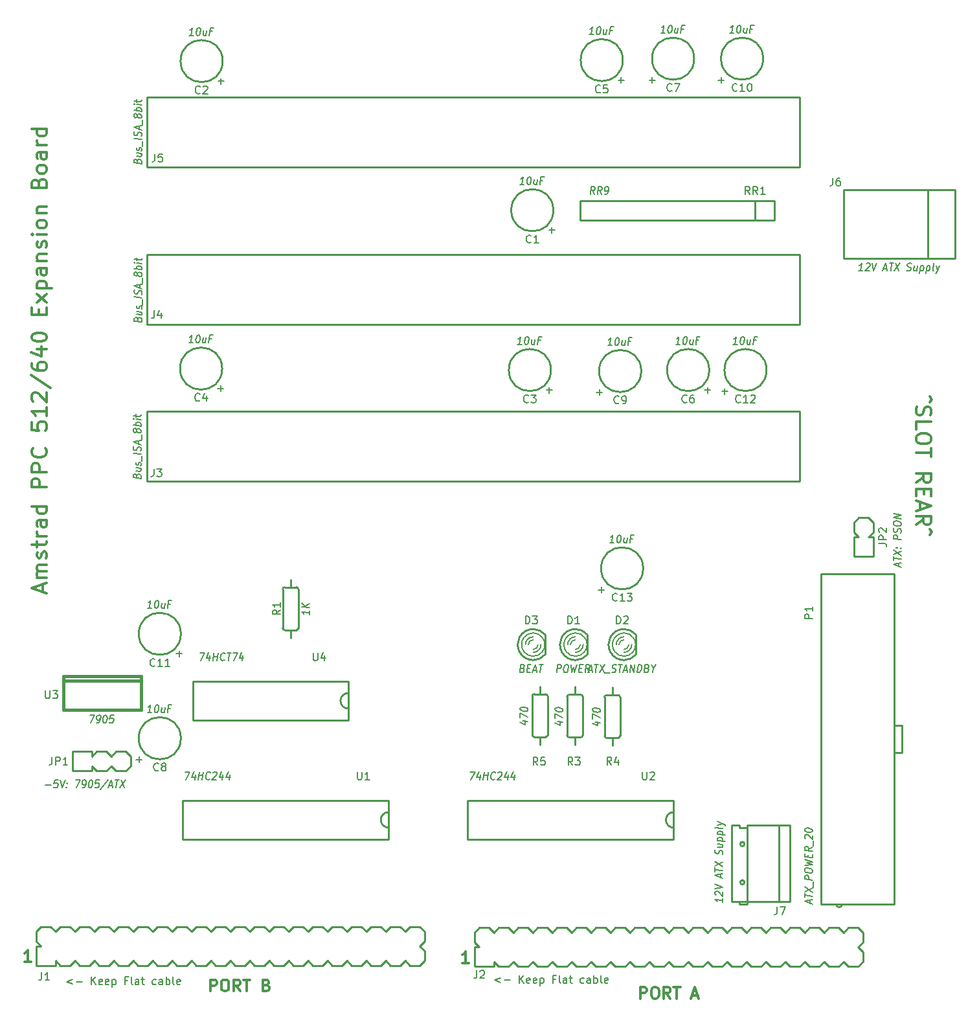
<source format=gbr>
%TF.GenerationSoftware,KiCad,Pcbnew,(5.1.6)-1*%
%TF.CreationDate,2021-01-22T10:12:17+00:00*%
%TF.ProjectId,PPCEXP,50504345-5850-42e6-9b69-6361645f7063,rev?*%
%TF.SameCoordinates,Original*%
%TF.FileFunction,Legend,Top*%
%TF.FilePolarity,Positive*%
%FSLAX46Y46*%
G04 Gerber Fmt 4.6, Leading zero omitted, Abs format (unit mm)*
G04 Created by KiCad (PCBNEW (5.1.6)-1) date 2021-01-22 10:12:17*
%MOMM*%
%LPD*%
G01*
G04 APERTURE LIST*
%ADD10C,0.150000*%
%ADD11C,0.300000*%
%ADD12C,0.254000*%
%ADD13C,0.381000*%
%ADD14C,0.152400*%
%ADD15C,0.203200*%
G04 APERTURE END LIST*
D10*
X176808690Y-154154214D02*
X176046785Y-154439928D01*
X176808690Y-154725642D01*
X177284880Y-154439928D02*
X178046785Y-154439928D01*
X179284880Y-154820880D02*
X179284880Y-153820880D01*
X179856309Y-154820880D02*
X179427738Y-154249452D01*
X179856309Y-153820880D02*
X179284880Y-154392309D01*
X180665833Y-154773261D02*
X180570595Y-154820880D01*
X180380119Y-154820880D01*
X180284880Y-154773261D01*
X180237261Y-154678023D01*
X180237261Y-154297071D01*
X180284880Y-154201833D01*
X180380119Y-154154214D01*
X180570595Y-154154214D01*
X180665833Y-154201833D01*
X180713452Y-154297071D01*
X180713452Y-154392309D01*
X180237261Y-154487547D01*
X181522976Y-154773261D02*
X181427738Y-154820880D01*
X181237261Y-154820880D01*
X181142023Y-154773261D01*
X181094404Y-154678023D01*
X181094404Y-154297071D01*
X181142023Y-154201833D01*
X181237261Y-154154214D01*
X181427738Y-154154214D01*
X181522976Y-154201833D01*
X181570595Y-154297071D01*
X181570595Y-154392309D01*
X181094404Y-154487547D01*
X181999166Y-154154214D02*
X181999166Y-155154214D01*
X181999166Y-154201833D02*
X182094404Y-154154214D01*
X182284880Y-154154214D01*
X182380119Y-154201833D01*
X182427738Y-154249452D01*
X182475357Y-154344690D01*
X182475357Y-154630404D01*
X182427738Y-154725642D01*
X182380119Y-154773261D01*
X182284880Y-154820880D01*
X182094404Y-154820880D01*
X181999166Y-154773261D01*
X183999166Y-154297071D02*
X183665833Y-154297071D01*
X183665833Y-154820880D02*
X183665833Y-153820880D01*
X184142023Y-153820880D01*
X184665833Y-154820880D02*
X184570595Y-154773261D01*
X184522976Y-154678023D01*
X184522976Y-153820880D01*
X185475357Y-154820880D02*
X185475357Y-154297071D01*
X185427738Y-154201833D01*
X185332500Y-154154214D01*
X185142023Y-154154214D01*
X185046785Y-154201833D01*
X185475357Y-154773261D02*
X185380119Y-154820880D01*
X185142023Y-154820880D01*
X185046785Y-154773261D01*
X184999166Y-154678023D01*
X184999166Y-154582785D01*
X185046785Y-154487547D01*
X185142023Y-154439928D01*
X185380119Y-154439928D01*
X185475357Y-154392309D01*
X185808690Y-154154214D02*
X186189642Y-154154214D01*
X185951547Y-153820880D02*
X185951547Y-154678023D01*
X185999166Y-154773261D01*
X186094404Y-154820880D01*
X186189642Y-154820880D01*
X187713452Y-154773261D02*
X187618214Y-154820880D01*
X187427738Y-154820880D01*
X187332500Y-154773261D01*
X187284880Y-154725642D01*
X187237261Y-154630404D01*
X187237261Y-154344690D01*
X187284880Y-154249452D01*
X187332500Y-154201833D01*
X187427738Y-154154214D01*
X187618214Y-154154214D01*
X187713452Y-154201833D01*
X188570595Y-154820880D02*
X188570595Y-154297071D01*
X188522976Y-154201833D01*
X188427738Y-154154214D01*
X188237261Y-154154214D01*
X188142023Y-154201833D01*
X188570595Y-154773261D02*
X188475357Y-154820880D01*
X188237261Y-154820880D01*
X188142023Y-154773261D01*
X188094404Y-154678023D01*
X188094404Y-154582785D01*
X188142023Y-154487547D01*
X188237261Y-154439928D01*
X188475357Y-154439928D01*
X188570595Y-154392309D01*
X189046785Y-154820880D02*
X189046785Y-153820880D01*
X189046785Y-154201833D02*
X189142023Y-154154214D01*
X189332500Y-154154214D01*
X189427738Y-154201833D01*
X189475357Y-154249452D01*
X189522976Y-154344690D01*
X189522976Y-154630404D01*
X189475357Y-154725642D01*
X189427738Y-154773261D01*
X189332500Y-154820880D01*
X189142023Y-154820880D01*
X189046785Y-154773261D01*
X190094404Y-154820880D02*
X189999166Y-154773261D01*
X189951547Y-154678023D01*
X189951547Y-153820880D01*
X190856309Y-154773261D02*
X190761071Y-154820880D01*
X190570595Y-154820880D01*
X190475357Y-154773261D01*
X190427738Y-154678023D01*
X190427738Y-154297071D01*
X190475357Y-154201833D01*
X190570595Y-154154214D01*
X190761071Y-154154214D01*
X190856309Y-154201833D01*
X190903928Y-154297071D01*
X190903928Y-154392309D01*
X190427738Y-154487547D01*
X120865190Y-154344714D02*
X120103285Y-154630428D01*
X120865190Y-154916142D01*
X121341380Y-154630428D02*
X122103285Y-154630428D01*
X123341380Y-155011380D02*
X123341380Y-154011380D01*
X123912809Y-155011380D02*
X123484238Y-154439952D01*
X123912809Y-154011380D02*
X123341380Y-154582809D01*
X124722333Y-154963761D02*
X124627095Y-155011380D01*
X124436619Y-155011380D01*
X124341380Y-154963761D01*
X124293761Y-154868523D01*
X124293761Y-154487571D01*
X124341380Y-154392333D01*
X124436619Y-154344714D01*
X124627095Y-154344714D01*
X124722333Y-154392333D01*
X124769952Y-154487571D01*
X124769952Y-154582809D01*
X124293761Y-154678047D01*
X125579476Y-154963761D02*
X125484238Y-155011380D01*
X125293761Y-155011380D01*
X125198523Y-154963761D01*
X125150904Y-154868523D01*
X125150904Y-154487571D01*
X125198523Y-154392333D01*
X125293761Y-154344714D01*
X125484238Y-154344714D01*
X125579476Y-154392333D01*
X125627095Y-154487571D01*
X125627095Y-154582809D01*
X125150904Y-154678047D01*
X126055666Y-154344714D02*
X126055666Y-155344714D01*
X126055666Y-154392333D02*
X126150904Y-154344714D01*
X126341380Y-154344714D01*
X126436619Y-154392333D01*
X126484238Y-154439952D01*
X126531857Y-154535190D01*
X126531857Y-154820904D01*
X126484238Y-154916142D01*
X126436619Y-154963761D01*
X126341380Y-155011380D01*
X126150904Y-155011380D01*
X126055666Y-154963761D01*
X128055666Y-154487571D02*
X127722333Y-154487571D01*
X127722333Y-155011380D02*
X127722333Y-154011380D01*
X128198523Y-154011380D01*
X128722333Y-155011380D02*
X128627095Y-154963761D01*
X128579476Y-154868523D01*
X128579476Y-154011380D01*
X129531857Y-155011380D02*
X129531857Y-154487571D01*
X129484238Y-154392333D01*
X129389000Y-154344714D01*
X129198523Y-154344714D01*
X129103285Y-154392333D01*
X129531857Y-154963761D02*
X129436619Y-155011380D01*
X129198523Y-155011380D01*
X129103285Y-154963761D01*
X129055666Y-154868523D01*
X129055666Y-154773285D01*
X129103285Y-154678047D01*
X129198523Y-154630428D01*
X129436619Y-154630428D01*
X129531857Y-154582809D01*
X129865190Y-154344714D02*
X130246142Y-154344714D01*
X130008047Y-154011380D02*
X130008047Y-154868523D01*
X130055666Y-154963761D01*
X130150904Y-155011380D01*
X130246142Y-155011380D01*
X131769952Y-154963761D02*
X131674714Y-155011380D01*
X131484238Y-155011380D01*
X131389000Y-154963761D01*
X131341380Y-154916142D01*
X131293761Y-154820904D01*
X131293761Y-154535190D01*
X131341380Y-154439952D01*
X131389000Y-154392333D01*
X131484238Y-154344714D01*
X131674714Y-154344714D01*
X131769952Y-154392333D01*
X132627095Y-155011380D02*
X132627095Y-154487571D01*
X132579476Y-154392333D01*
X132484238Y-154344714D01*
X132293761Y-154344714D01*
X132198523Y-154392333D01*
X132627095Y-154963761D02*
X132531857Y-155011380D01*
X132293761Y-155011380D01*
X132198523Y-154963761D01*
X132150904Y-154868523D01*
X132150904Y-154773285D01*
X132198523Y-154678047D01*
X132293761Y-154630428D01*
X132531857Y-154630428D01*
X132627095Y-154582809D01*
X133103285Y-155011380D02*
X133103285Y-154011380D01*
X133103285Y-154392333D02*
X133198523Y-154344714D01*
X133389000Y-154344714D01*
X133484238Y-154392333D01*
X133531857Y-154439952D01*
X133579476Y-154535190D01*
X133579476Y-154820904D01*
X133531857Y-154916142D01*
X133484238Y-154963761D01*
X133389000Y-155011380D01*
X133198523Y-155011380D01*
X133103285Y-154963761D01*
X134150904Y-155011380D02*
X134055666Y-154963761D01*
X134008047Y-154868523D01*
X134008047Y-154011380D01*
X134912809Y-154963761D02*
X134817571Y-155011380D01*
X134627095Y-155011380D01*
X134531857Y-154963761D01*
X134484238Y-154868523D01*
X134484238Y-154487571D01*
X134531857Y-154392333D01*
X134627095Y-154344714D01*
X134817571Y-154344714D01*
X134912809Y-154392333D01*
X134960428Y-154487571D01*
X134960428Y-154582809D01*
X134484238Y-154678047D01*
D11*
X116919333Y-103628214D02*
X116919333Y-102675833D01*
X117490761Y-103818690D02*
X115490761Y-103152023D01*
X117490761Y-102485357D01*
X117490761Y-101818690D02*
X116157428Y-101818690D01*
X116347904Y-101818690D02*
X116252666Y-101723452D01*
X116157428Y-101532976D01*
X116157428Y-101247261D01*
X116252666Y-101056785D01*
X116443142Y-100961547D01*
X117490761Y-100961547D01*
X116443142Y-100961547D02*
X116252666Y-100866309D01*
X116157428Y-100675833D01*
X116157428Y-100390119D01*
X116252666Y-100199642D01*
X116443142Y-100104404D01*
X117490761Y-100104404D01*
X117395523Y-99247261D02*
X117490761Y-99056785D01*
X117490761Y-98675833D01*
X117395523Y-98485357D01*
X117205047Y-98390119D01*
X117109809Y-98390119D01*
X116919333Y-98485357D01*
X116824095Y-98675833D01*
X116824095Y-98961547D01*
X116728857Y-99152023D01*
X116538380Y-99247261D01*
X116443142Y-99247261D01*
X116252666Y-99152023D01*
X116157428Y-98961547D01*
X116157428Y-98675833D01*
X116252666Y-98485357D01*
X116157428Y-97818690D02*
X116157428Y-97056785D01*
X115490761Y-97532976D02*
X117205047Y-97532976D01*
X117395523Y-97437738D01*
X117490761Y-97247261D01*
X117490761Y-97056785D01*
X117490761Y-96390119D02*
X116157428Y-96390119D01*
X116538380Y-96390119D02*
X116347904Y-96294880D01*
X116252666Y-96199642D01*
X116157428Y-96009166D01*
X116157428Y-95818690D01*
X117490761Y-94294880D02*
X116443142Y-94294880D01*
X116252666Y-94390119D01*
X116157428Y-94580595D01*
X116157428Y-94961547D01*
X116252666Y-95152023D01*
X117395523Y-94294880D02*
X117490761Y-94485357D01*
X117490761Y-94961547D01*
X117395523Y-95152023D01*
X117205047Y-95247261D01*
X117014571Y-95247261D01*
X116824095Y-95152023D01*
X116728857Y-94961547D01*
X116728857Y-94485357D01*
X116633619Y-94294880D01*
X117490761Y-92485357D02*
X115490761Y-92485357D01*
X117395523Y-92485357D02*
X117490761Y-92675833D01*
X117490761Y-93056785D01*
X117395523Y-93247261D01*
X117300285Y-93342500D01*
X117109809Y-93437738D01*
X116538380Y-93437738D01*
X116347904Y-93342500D01*
X116252666Y-93247261D01*
X116157428Y-93056785D01*
X116157428Y-92675833D01*
X116252666Y-92485357D01*
X117490761Y-90009166D02*
X115490761Y-90009166D01*
X115490761Y-89247261D01*
X115586000Y-89056785D01*
X115681238Y-88961547D01*
X115871714Y-88866309D01*
X116157428Y-88866309D01*
X116347904Y-88961547D01*
X116443142Y-89056785D01*
X116538380Y-89247261D01*
X116538380Y-90009166D01*
X117490761Y-88009166D02*
X115490761Y-88009166D01*
X115490761Y-87247261D01*
X115586000Y-87056785D01*
X115681238Y-86961547D01*
X115871714Y-86866309D01*
X116157428Y-86866309D01*
X116347904Y-86961547D01*
X116443142Y-87056785D01*
X116538380Y-87247261D01*
X116538380Y-88009166D01*
X117300285Y-84866309D02*
X117395523Y-84961547D01*
X117490761Y-85247261D01*
X117490761Y-85437738D01*
X117395523Y-85723452D01*
X117205047Y-85913928D01*
X117014571Y-86009166D01*
X116633619Y-86104404D01*
X116347904Y-86104404D01*
X115966952Y-86009166D01*
X115776476Y-85913928D01*
X115586000Y-85723452D01*
X115490761Y-85437738D01*
X115490761Y-85247261D01*
X115586000Y-84961547D01*
X115681238Y-84866309D01*
X115490761Y-81532976D02*
X115490761Y-82485357D01*
X116443142Y-82580595D01*
X116347904Y-82485357D01*
X116252666Y-82294880D01*
X116252666Y-81818690D01*
X116347904Y-81628214D01*
X116443142Y-81532976D01*
X116633619Y-81437738D01*
X117109809Y-81437738D01*
X117300285Y-81532976D01*
X117395523Y-81628214D01*
X117490761Y-81818690D01*
X117490761Y-82294880D01*
X117395523Y-82485357D01*
X117300285Y-82580595D01*
X117490761Y-79532976D02*
X117490761Y-80675833D01*
X117490761Y-80104404D02*
X115490761Y-80104404D01*
X115776476Y-80294880D01*
X115966952Y-80485357D01*
X116062190Y-80675833D01*
X115681238Y-78771071D02*
X115586000Y-78675833D01*
X115490761Y-78485357D01*
X115490761Y-78009166D01*
X115586000Y-77818690D01*
X115681238Y-77723452D01*
X115871714Y-77628214D01*
X116062190Y-77628214D01*
X116347904Y-77723452D01*
X117490761Y-78866309D01*
X117490761Y-77628214D01*
X115395523Y-75342500D02*
X117966952Y-77056785D01*
X115490761Y-73818690D02*
X115490761Y-74199642D01*
X115586000Y-74390119D01*
X115681238Y-74485357D01*
X115966952Y-74675833D01*
X116347904Y-74771071D01*
X117109809Y-74771071D01*
X117300285Y-74675833D01*
X117395523Y-74580595D01*
X117490761Y-74390119D01*
X117490761Y-74009166D01*
X117395523Y-73818690D01*
X117300285Y-73723452D01*
X117109809Y-73628214D01*
X116633619Y-73628214D01*
X116443142Y-73723452D01*
X116347904Y-73818690D01*
X116252666Y-74009166D01*
X116252666Y-74390119D01*
X116347904Y-74580595D01*
X116443142Y-74675833D01*
X116633619Y-74771071D01*
X116157428Y-71913928D02*
X117490761Y-71913928D01*
X115395523Y-72390119D02*
X116824095Y-72866309D01*
X116824095Y-71628214D01*
X115490761Y-70485357D02*
X115490761Y-70294880D01*
X115586000Y-70104404D01*
X115681238Y-70009166D01*
X115871714Y-69913928D01*
X116252666Y-69818690D01*
X116728857Y-69818690D01*
X117109809Y-69913928D01*
X117300285Y-70009166D01*
X117395523Y-70104404D01*
X117490761Y-70294880D01*
X117490761Y-70485357D01*
X117395523Y-70675833D01*
X117300285Y-70771071D01*
X117109809Y-70866309D01*
X116728857Y-70961547D01*
X116252666Y-70961547D01*
X115871714Y-70866309D01*
X115681238Y-70771071D01*
X115586000Y-70675833D01*
X115490761Y-70485357D01*
X116443142Y-67437738D02*
X116443142Y-66771071D01*
X117490761Y-66485357D02*
X117490761Y-67437738D01*
X115490761Y-67437738D01*
X115490761Y-66485357D01*
X117490761Y-65818690D02*
X116157428Y-64771071D01*
X116157428Y-65818690D02*
X117490761Y-64771071D01*
X116157428Y-64009166D02*
X118157428Y-64009166D01*
X116252666Y-64009166D02*
X116157428Y-63818690D01*
X116157428Y-63437738D01*
X116252666Y-63247261D01*
X116347904Y-63152023D01*
X116538380Y-63056785D01*
X117109809Y-63056785D01*
X117300285Y-63152023D01*
X117395523Y-63247261D01*
X117490761Y-63437738D01*
X117490761Y-63818690D01*
X117395523Y-64009166D01*
X117490761Y-61342500D02*
X116443142Y-61342500D01*
X116252666Y-61437738D01*
X116157428Y-61628214D01*
X116157428Y-62009166D01*
X116252666Y-62199642D01*
X117395523Y-61342500D02*
X117490761Y-61532976D01*
X117490761Y-62009166D01*
X117395523Y-62199642D01*
X117205047Y-62294880D01*
X117014571Y-62294880D01*
X116824095Y-62199642D01*
X116728857Y-62009166D01*
X116728857Y-61532976D01*
X116633619Y-61342500D01*
X116157428Y-60390119D02*
X117490761Y-60390119D01*
X116347904Y-60390119D02*
X116252666Y-60294880D01*
X116157428Y-60104404D01*
X116157428Y-59818690D01*
X116252666Y-59628214D01*
X116443142Y-59532976D01*
X117490761Y-59532976D01*
X117395523Y-58675833D02*
X117490761Y-58485357D01*
X117490761Y-58104404D01*
X117395523Y-57913928D01*
X117205047Y-57818690D01*
X117109809Y-57818690D01*
X116919333Y-57913928D01*
X116824095Y-58104404D01*
X116824095Y-58390119D01*
X116728857Y-58580595D01*
X116538380Y-58675833D01*
X116443142Y-58675833D01*
X116252666Y-58580595D01*
X116157428Y-58390119D01*
X116157428Y-58104404D01*
X116252666Y-57913928D01*
X117490761Y-56961547D02*
X116157428Y-56961547D01*
X115490761Y-56961547D02*
X115586000Y-57056785D01*
X115681238Y-56961547D01*
X115586000Y-56866309D01*
X115490761Y-56961547D01*
X115681238Y-56961547D01*
X117490761Y-55723452D02*
X117395523Y-55913928D01*
X117300285Y-56009166D01*
X117109809Y-56104404D01*
X116538380Y-56104404D01*
X116347904Y-56009166D01*
X116252666Y-55913928D01*
X116157428Y-55723452D01*
X116157428Y-55437738D01*
X116252666Y-55247261D01*
X116347904Y-55152023D01*
X116538380Y-55056785D01*
X117109809Y-55056785D01*
X117300285Y-55152023D01*
X117395523Y-55247261D01*
X117490761Y-55437738D01*
X117490761Y-55723452D01*
X116157428Y-54199642D02*
X117490761Y-54199642D01*
X116347904Y-54199642D02*
X116252666Y-54104404D01*
X116157428Y-53913928D01*
X116157428Y-53628214D01*
X116252666Y-53437738D01*
X116443142Y-53342500D01*
X117490761Y-53342500D01*
X116443142Y-50199642D02*
X116538380Y-49913928D01*
X116633619Y-49818690D01*
X116824095Y-49723452D01*
X117109809Y-49723452D01*
X117300285Y-49818690D01*
X117395523Y-49913928D01*
X117490761Y-50104404D01*
X117490761Y-50866309D01*
X115490761Y-50866309D01*
X115490761Y-50199642D01*
X115586000Y-50009166D01*
X115681238Y-49913928D01*
X115871714Y-49818690D01*
X116062190Y-49818690D01*
X116252666Y-49913928D01*
X116347904Y-50009166D01*
X116443142Y-50199642D01*
X116443142Y-50866309D01*
X117490761Y-48580595D02*
X117395523Y-48771071D01*
X117300285Y-48866309D01*
X117109809Y-48961547D01*
X116538380Y-48961547D01*
X116347904Y-48866309D01*
X116252666Y-48771071D01*
X116157428Y-48580595D01*
X116157428Y-48294880D01*
X116252666Y-48104404D01*
X116347904Y-48009166D01*
X116538380Y-47913928D01*
X117109809Y-47913928D01*
X117300285Y-48009166D01*
X117395523Y-48104404D01*
X117490761Y-48294880D01*
X117490761Y-48580595D01*
X117490761Y-46199642D02*
X116443142Y-46199642D01*
X116252666Y-46294880D01*
X116157428Y-46485357D01*
X116157428Y-46866309D01*
X116252666Y-47056785D01*
X117395523Y-46199642D02*
X117490761Y-46390119D01*
X117490761Y-46866309D01*
X117395523Y-47056785D01*
X117205047Y-47152023D01*
X117014571Y-47152023D01*
X116824095Y-47056785D01*
X116728857Y-46866309D01*
X116728857Y-46390119D01*
X116633619Y-46199642D01*
X117490761Y-45247261D02*
X116157428Y-45247261D01*
X116538380Y-45247261D02*
X116347904Y-45152023D01*
X116252666Y-45056785D01*
X116157428Y-44866309D01*
X116157428Y-44675833D01*
X117490761Y-43152023D02*
X115490761Y-43152023D01*
X117395523Y-43152023D02*
X117490761Y-43342500D01*
X117490761Y-43723452D01*
X117395523Y-43913928D01*
X117300285Y-44009166D01*
X117109809Y-44104404D01*
X116538380Y-44104404D01*
X116347904Y-44009166D01*
X116252666Y-43913928D01*
X116157428Y-43723452D01*
X116157428Y-43342500D01*
X116252666Y-43152023D01*
X172704071Y-152189571D02*
X171846928Y-152189571D01*
X172275500Y-152189571D02*
X172275500Y-150689571D01*
X172132642Y-150903857D01*
X171989785Y-151046714D01*
X171846928Y-151118142D01*
X115427071Y-151999071D02*
X114569928Y-151999071D01*
X114998500Y-151999071D02*
X114998500Y-150499071D01*
X114855642Y-150713357D01*
X114712785Y-150856214D01*
X114569928Y-150927642D01*
X195104214Y-156825071D02*
X195104214Y-155325071D01*
X195675642Y-155325071D01*
X195818500Y-155396500D01*
X195889928Y-155467928D01*
X195961357Y-155610785D01*
X195961357Y-155825071D01*
X195889928Y-155967928D01*
X195818500Y-156039357D01*
X195675642Y-156110785D01*
X195104214Y-156110785D01*
X196889928Y-155325071D02*
X197175642Y-155325071D01*
X197318500Y-155396500D01*
X197461357Y-155539357D01*
X197532785Y-155825071D01*
X197532785Y-156325071D01*
X197461357Y-156610785D01*
X197318500Y-156753642D01*
X197175642Y-156825071D01*
X196889928Y-156825071D01*
X196747071Y-156753642D01*
X196604214Y-156610785D01*
X196532785Y-156325071D01*
X196532785Y-155825071D01*
X196604214Y-155539357D01*
X196747071Y-155396500D01*
X196889928Y-155325071D01*
X199032785Y-156825071D02*
X198532785Y-156110785D01*
X198175642Y-156825071D02*
X198175642Y-155325071D01*
X198747071Y-155325071D01*
X198889928Y-155396500D01*
X198961357Y-155467928D01*
X199032785Y-155610785D01*
X199032785Y-155825071D01*
X198961357Y-155967928D01*
X198889928Y-156039357D01*
X198747071Y-156110785D01*
X198175642Y-156110785D01*
X199461357Y-155325071D02*
X200318500Y-155325071D01*
X199889928Y-156825071D02*
X199889928Y-155325071D01*
X201889928Y-156396500D02*
X202604214Y-156396500D01*
X201747071Y-156825071D02*
X202247071Y-155325071D01*
X202747071Y-156825071D01*
X138863071Y-155872571D02*
X138863071Y-154372571D01*
X139434500Y-154372571D01*
X139577357Y-154444000D01*
X139648785Y-154515428D01*
X139720214Y-154658285D01*
X139720214Y-154872571D01*
X139648785Y-155015428D01*
X139577357Y-155086857D01*
X139434500Y-155158285D01*
X138863071Y-155158285D01*
X140648785Y-154372571D02*
X140934500Y-154372571D01*
X141077357Y-154444000D01*
X141220214Y-154586857D01*
X141291642Y-154872571D01*
X141291642Y-155372571D01*
X141220214Y-155658285D01*
X141077357Y-155801142D01*
X140934500Y-155872571D01*
X140648785Y-155872571D01*
X140505928Y-155801142D01*
X140363071Y-155658285D01*
X140291642Y-155372571D01*
X140291642Y-154872571D01*
X140363071Y-154586857D01*
X140505928Y-154444000D01*
X140648785Y-154372571D01*
X142791642Y-155872571D02*
X142291642Y-155158285D01*
X141934500Y-155872571D02*
X141934500Y-154372571D01*
X142505928Y-154372571D01*
X142648785Y-154444000D01*
X142720214Y-154515428D01*
X142791642Y-154658285D01*
X142791642Y-154872571D01*
X142720214Y-155015428D01*
X142648785Y-155086857D01*
X142505928Y-155158285D01*
X141934500Y-155158285D01*
X143220214Y-154372571D02*
X144077357Y-154372571D01*
X143648785Y-155872571D02*
X143648785Y-154372571D01*
X146220214Y-155086857D02*
X146434500Y-155158285D01*
X146505928Y-155229714D01*
X146577357Y-155372571D01*
X146577357Y-155586857D01*
X146505928Y-155729714D01*
X146434500Y-155801142D01*
X146291642Y-155872571D01*
X145720214Y-155872571D01*
X145720214Y-154372571D01*
X146220214Y-154372571D01*
X146363071Y-154444000D01*
X146434500Y-154515428D01*
X146505928Y-154658285D01*
X146505928Y-154801142D01*
X146434500Y-154944000D01*
X146363071Y-155015428D01*
X146220214Y-155086857D01*
X145720214Y-155086857D01*
X232959161Y-78125180D02*
X233244876Y-78506133D01*
X232959161Y-78887085D01*
X231244876Y-79458514D02*
X231149638Y-79744228D01*
X231149638Y-80220419D01*
X231244876Y-80410895D01*
X231340114Y-80506133D01*
X231530590Y-80601371D01*
X231721066Y-80601371D01*
X231911542Y-80506133D01*
X232006780Y-80410895D01*
X232102019Y-80220419D01*
X232197257Y-79839466D01*
X232292495Y-79648990D01*
X232387733Y-79553752D01*
X232578209Y-79458514D01*
X232768685Y-79458514D01*
X232959161Y-79553752D01*
X233054400Y-79648990D01*
X233149638Y-79839466D01*
X233149638Y-80315657D01*
X233054400Y-80601371D01*
X231149638Y-82410895D02*
X231149638Y-81458514D01*
X233149638Y-81458514D01*
X233149638Y-83458514D02*
X233149638Y-83839466D01*
X233054400Y-84029942D01*
X232863923Y-84220419D01*
X232482971Y-84315657D01*
X231816304Y-84315657D01*
X231435352Y-84220419D01*
X231244876Y-84029942D01*
X231149638Y-83839466D01*
X231149638Y-83458514D01*
X231244876Y-83268038D01*
X231435352Y-83077561D01*
X231816304Y-82982323D01*
X232482971Y-82982323D01*
X232863923Y-83077561D01*
X233054400Y-83268038D01*
X233149638Y-83458514D01*
X233149638Y-84887085D02*
X233149638Y-86029942D01*
X231149638Y-85458514D02*
X233149638Y-85458514D01*
X231149638Y-89363276D02*
X232102019Y-88696609D01*
X231149638Y-88220419D02*
X233149638Y-88220419D01*
X233149638Y-88982323D01*
X233054400Y-89172800D01*
X232959161Y-89268038D01*
X232768685Y-89363276D01*
X232482971Y-89363276D01*
X232292495Y-89268038D01*
X232197257Y-89172800D01*
X232102019Y-88982323D01*
X232102019Y-88220419D01*
X232197257Y-90220419D02*
X232197257Y-90887085D01*
X231149638Y-91172800D02*
X231149638Y-90220419D01*
X233149638Y-90220419D01*
X233149638Y-91172800D01*
X231721066Y-91934704D02*
X231721066Y-92887085D01*
X231149638Y-91744228D02*
X233149638Y-92410895D01*
X231149638Y-93077561D01*
X231149638Y-94887085D02*
X232102019Y-94220419D01*
X231149638Y-93744228D02*
X233149638Y-93744228D01*
X233149638Y-94506133D01*
X233054400Y-94696609D01*
X232959161Y-94791847D01*
X232768685Y-94887085D01*
X232482971Y-94887085D01*
X232292495Y-94791847D01*
X232197257Y-94696609D01*
X232102019Y-94506133D01*
X232102019Y-93744228D01*
X232959161Y-95458514D02*
X233244876Y-95839466D01*
X232959161Y-96220419D01*
D12*
%TO.C,C13*%
X195472820Y-100604000D02*
G75*
G03*
X195472820Y-100604000I-2750820J0D01*
G01*
%TO.C,C12*%
X211602820Y-74676000D02*
G75*
G03*
X211602820Y-74676000I-2750820J0D01*
G01*
%TO.C,C10*%
X211157820Y-33972500D02*
G75*
G03*
X211157820Y-33972500I-2750820J0D01*
G01*
%TO.C,C9*%
X195218820Y-74803000D02*
G75*
G03*
X195218820Y-74803000I-2750820J0D01*
G01*
%TO.C,C8*%
X135020820Y-122809000D02*
G75*
G03*
X135020820Y-122809000I-2750820J0D01*
G01*
%TO.C,C7*%
X202140820Y-33972500D02*
G75*
G03*
X202140820Y-33972500I-2750820J0D01*
G01*
%TO.C,C11*%
X135020820Y-109156000D02*
G75*
G03*
X135020820Y-109156000I-2750820J0D01*
G01*
%TO.C,C6*%
X204108820Y-74676000D02*
G75*
G03*
X204108820Y-74676000I-2750820J0D01*
G01*
%TO.C,C5*%
X192806820Y-34163000D02*
G75*
G03*
X192806820Y-34163000I-2750820J0D01*
G01*
%TO.C,C4*%
X140418820Y-74485500D02*
G75*
G03*
X140418820Y-74485500I-2750820J0D01*
G01*
%TO.C,C3*%
X183408820Y-74676000D02*
G75*
G03*
X183408820Y-74676000I-2750820J0D01*
G01*
%TO.C,C2*%
X140482820Y-34290000D02*
G75*
G03*
X140482820Y-34290000I-2750820J0D01*
G01*
%TO.C,C1*%
X183725820Y-53784500D02*
G75*
G03*
X183725820Y-53784500I-2750820J0D01*
G01*
%TO.C,J7*%
X207048500Y-144142260D02*
X207048500Y-134139740D01*
X214648180Y-144142260D02*
X214648180Y-134139740D01*
X207048500Y-144142260D02*
X214648180Y-144142260D01*
X209050020Y-144541040D02*
X209050020Y-144142260D01*
X208049260Y-144541040D02*
X209050020Y-144541040D01*
X208049260Y-144142260D02*
X208049260Y-144541040D01*
X209050020Y-134541060D02*
X208049260Y-134541060D01*
X209050020Y-134139740D02*
X209050020Y-134541060D01*
X207048500Y-134139740D02*
X208049260Y-134139740D01*
X209050020Y-134139740D02*
X214648180Y-134139740D01*
X208049260Y-134541060D02*
X208049260Y-134139740D01*
X209050020Y-134541060D02*
X209050020Y-144142260D01*
X213248640Y-144142260D02*
X213248640Y-134139740D01*
X208728224Y-141640360D02*
G75*
G03*
X208728224Y-141640360I-280184J0D01*
G01*
X208730026Y-136641640D02*
G75*
G03*
X208730026Y-136641640I-281986J0D01*
G01*
%TO.C,J6*%
X236222740Y-51074320D02*
X236222740Y-60076080D01*
X221724420Y-51074320D02*
X236222740Y-51074320D01*
X221724420Y-60076080D02*
X221724420Y-51074320D01*
X236222740Y-60076080D02*
X221724420Y-60076080D01*
X232725160Y-60076080D02*
X232725160Y-51074320D01*
%TO.C,U4*%
X136588000Y-115380000D02*
X136588000Y-120460000D01*
X156908000Y-115380000D02*
X136588000Y-115380000D01*
X156908000Y-120460000D02*
X156908000Y-115380000D01*
X136588000Y-120460000D02*
X156908000Y-120460000D01*
X155892000Y-117920000D02*
G75*
G03*
X156908000Y-118936000I1016000J0D01*
G01*
X156908000Y-116904000D02*
G75*
G03*
X155892000Y-117920000I0J-1016000D01*
G01*
D13*
%TO.C,U3*%
X129858000Y-119126000D02*
X119698000Y-119126000D01*
X129858000Y-115316000D02*
X129858000Y-119126000D01*
X119698000Y-115316000D02*
X129858000Y-115316000D01*
X119698000Y-119126000D02*
X119698000Y-115316000D01*
X129858000Y-114681000D02*
X129858000Y-115316000D01*
X119698000Y-114681000D02*
X129858000Y-114681000D01*
X119698000Y-115316000D02*
X119698000Y-114681000D01*
D12*
%TO.C,R5*%
X181978000Y-116027000D02*
X181978000Y-117043000D01*
X181978000Y-122631000D02*
X181978000Y-123647000D01*
X181216000Y-117043000D02*
X182740000Y-117043000D01*
X182994000Y-117297000D02*
X182994000Y-122377000D01*
X182740000Y-122631000D02*
X181216000Y-122631000D01*
X180962000Y-122377000D02*
X180962000Y-117297000D01*
X182994000Y-117297000D02*
G75*
G03*
X182740000Y-117043000I-254000J0D01*
G01*
X181216000Y-117043000D02*
G75*
G03*
X180962000Y-117297000I0J-254000D01*
G01*
X182740000Y-122631000D02*
G75*
G03*
X182994000Y-122377000I0J254000D01*
G01*
X180962000Y-122377000D02*
G75*
G03*
X181216000Y-122631000I254000J0D01*
G01*
%TO.C,R4*%
X191440000Y-116154000D02*
X191440000Y-117170000D01*
X191440000Y-122758000D02*
X191440000Y-123774000D01*
X190678000Y-117170000D02*
X192202000Y-117170000D01*
X192456000Y-117424000D02*
X192456000Y-122504000D01*
X192202000Y-122758000D02*
X190678000Y-122758000D01*
X190424000Y-122504000D02*
X190424000Y-117424000D01*
X192456000Y-117424000D02*
G75*
G03*
X192202000Y-117170000I-254000J0D01*
G01*
X190678000Y-117170000D02*
G75*
G03*
X190424000Y-117424000I0J-254000D01*
G01*
X192202000Y-122758000D02*
G75*
G03*
X192456000Y-122504000I0J254000D01*
G01*
X190424000Y-122504000D02*
G75*
G03*
X190678000Y-122758000I254000J0D01*
G01*
%TO.C,R3*%
X186550000Y-116091000D02*
X186550000Y-117107000D01*
X186550000Y-122695000D02*
X186550000Y-123711000D01*
X185788000Y-117107000D02*
X187312000Y-117107000D01*
X187566000Y-117361000D02*
X187566000Y-122441000D01*
X187312000Y-122695000D02*
X185788000Y-122695000D01*
X185534000Y-122441000D02*
X185534000Y-117361000D01*
X187566000Y-117361000D02*
G75*
G03*
X187312000Y-117107000I-254000J0D01*
G01*
X185788000Y-117107000D02*
G75*
G03*
X185534000Y-117361000I0J-254000D01*
G01*
X187312000Y-122695000D02*
G75*
G03*
X187566000Y-122441000I0J254000D01*
G01*
X185534000Y-122441000D02*
G75*
G03*
X185788000Y-122695000I254000J0D01*
G01*
%TO.C,R1*%
X149352000Y-109664000D02*
X149352000Y-108648000D01*
X149352000Y-103060000D02*
X149352000Y-102044000D01*
X150114000Y-108648000D02*
X148590000Y-108648000D01*
X148336000Y-108394000D02*
X148336000Y-103314000D01*
X148590000Y-103060000D02*
X150114000Y-103060000D01*
X150368000Y-103314000D02*
X150368000Y-108394000D01*
X148336000Y-108394000D02*
G75*
G03*
X148590000Y-108648000I254000J0D01*
G01*
X150114000Y-108648000D02*
G75*
G03*
X150368000Y-108394000I0J254000D01*
G01*
X148590000Y-103060000D02*
G75*
G03*
X148336000Y-103314000I0J-254000D01*
G01*
X150368000Y-103314000D02*
G75*
G03*
X150114000Y-103060000I-254000J0D01*
G01*
%TO.C,JP2*%
X225577000Y-96494600D02*
X225577000Y-99034600D01*
X225577000Y-95859600D02*
X224942000Y-96494600D01*
X225577000Y-94589600D02*
X225577000Y-95859600D01*
X224942000Y-93954600D02*
X225577000Y-94589600D01*
X223672000Y-93954600D02*
X224942000Y-93954600D01*
X223037000Y-94589600D02*
X223672000Y-93954600D01*
X223037000Y-95859600D02*
X223037000Y-94589600D01*
X223672000Y-96494600D02*
X223037000Y-95859600D01*
X223037000Y-99034600D02*
X223037000Y-96494600D01*
X225577000Y-99034600D02*
X223037000Y-99034600D01*
X225577000Y-96494600D02*
X224942000Y-96494600D01*
X223672000Y-96494600D02*
X223037000Y-96494600D01*
%TO.C,JP1*%
X123380000Y-127064000D02*
X120840000Y-127064000D01*
X124015000Y-127064000D02*
X123380000Y-126429000D01*
X125285000Y-127064000D02*
X124015000Y-127064000D01*
X125920000Y-126429000D02*
X125285000Y-127064000D01*
X126555000Y-127064000D02*
X125920000Y-126429000D01*
X127825000Y-127064000D02*
X126555000Y-127064000D01*
X128460000Y-126429000D02*
X127825000Y-127064000D01*
X128460000Y-125159000D02*
X128460000Y-126429000D01*
X127825000Y-124524000D02*
X128460000Y-125159000D01*
X126555000Y-124524000D02*
X127825000Y-124524000D01*
X125920000Y-125159000D02*
X126555000Y-124524000D01*
X125285000Y-124524000D02*
X125920000Y-125159000D01*
X124015000Y-124524000D02*
X125285000Y-124524000D01*
X123380000Y-125159000D02*
X124015000Y-124524000D01*
X120840000Y-124524000D02*
X123380000Y-124524000D01*
X120840000Y-127064000D02*
X120840000Y-124524000D01*
X123380000Y-127064000D02*
X123380000Y-126429000D01*
X123380000Y-125159000D02*
X123380000Y-124524000D01*
%TO.C,D3*%
X182663800Y-111836000D02*
X182663800Y-109296000D01*
X179058077Y-110566100D02*
G75*
G03*
X179359260Y-111630260I2030923J100D01*
G01*
X179299870Y-109602653D02*
G75*
G03*
X179057000Y-110566000I1789130J-963347D01*
G01*
X179325701Y-111575851D02*
G75*
G03*
X181089000Y-112598000I1763299J1009851D01*
G01*
X181091552Y-112595386D02*
G75*
G03*
X182638400Y-111876640I-2552J2029386D01*
G01*
X181088025Y-108536540D02*
G75*
G03*
X179298300Y-109610960I975J-2029460D01*
G01*
X182647880Y-109262574D02*
G75*
G03*
X181089000Y-108534000I-1558880J-1303426D01*
G01*
D14*
X181089000Y-111582000D02*
G75*
G03*
X182105000Y-110566000I0J1016000D01*
G01*
X181089000Y-111201000D02*
G75*
G03*
X181724000Y-110566000I0J635000D01*
G01*
X181089000Y-109550000D02*
G75*
G03*
X180073000Y-110566000I0J-1016000D01*
G01*
X181089000Y-109931000D02*
G75*
G03*
X180454000Y-110566000I0J-635000D01*
G01*
X179886436Y-111502171D02*
G75*
G03*
X181089000Y-112090000I1202564J936171D01*
G01*
X181089442Y-112088206D02*
G75*
G03*
X182290420Y-111500720I-442J1522206D01*
G01*
X181088199Y-109042000D02*
G75*
G03*
X179869800Y-109651600I801J-1524000D01*
G01*
X182328166Y-109678845D02*
G75*
G03*
X181089000Y-109042000I-1239166J-887155D01*
G01*
X182259864Y-111541527D02*
G75*
G03*
X182613000Y-110566000I-1170864J975527D01*
G01*
X182611147Y-110565966D02*
G75*
G03*
X182244700Y-109575400I-1522147J-34D01*
G01*
X179566889Y-110566469D02*
G75*
G03*
X179951080Y-111576920I1522111J469D01*
G01*
X179918136Y-109590473D02*
G75*
G03*
X179565000Y-110566000I1170864J-975527D01*
G01*
D12*
%TO.C,D2*%
X194538800Y-111836000D02*
X194538800Y-109296000D01*
X190933077Y-110566100D02*
G75*
G03*
X191234260Y-111630260I2030923J100D01*
G01*
X191174870Y-109602653D02*
G75*
G03*
X190932000Y-110566000I1789130J-963347D01*
G01*
X191200701Y-111575851D02*
G75*
G03*
X192964000Y-112598000I1763299J1009851D01*
G01*
X192966552Y-112595386D02*
G75*
G03*
X194513400Y-111876640I-2552J2029386D01*
G01*
X192963025Y-108536540D02*
G75*
G03*
X191173300Y-109610960I975J-2029460D01*
G01*
X194522880Y-109262574D02*
G75*
G03*
X192964000Y-108534000I-1558880J-1303426D01*
G01*
D14*
X192964000Y-111582000D02*
G75*
G03*
X193980000Y-110566000I0J1016000D01*
G01*
X192964000Y-111201000D02*
G75*
G03*
X193599000Y-110566000I0J635000D01*
G01*
X192964000Y-109550000D02*
G75*
G03*
X191948000Y-110566000I0J-1016000D01*
G01*
X192964000Y-109931000D02*
G75*
G03*
X192329000Y-110566000I0J-635000D01*
G01*
X191761436Y-111502171D02*
G75*
G03*
X192964000Y-112090000I1202564J936171D01*
G01*
X192964442Y-112088206D02*
G75*
G03*
X194165420Y-111500720I-442J1522206D01*
G01*
X192963199Y-109042000D02*
G75*
G03*
X191744800Y-109651600I801J-1524000D01*
G01*
X194203166Y-109678845D02*
G75*
G03*
X192964000Y-109042000I-1239166J-887155D01*
G01*
X194134864Y-111541527D02*
G75*
G03*
X194488000Y-110566000I-1170864J975527D01*
G01*
X194486147Y-110565966D02*
G75*
G03*
X194119700Y-109575400I-1522147J-34D01*
G01*
X191441889Y-110566469D02*
G75*
G03*
X191826080Y-111576920I1522111J469D01*
G01*
X191793136Y-109590473D02*
G75*
G03*
X191440000Y-110566000I1170864J-975527D01*
G01*
D12*
%TO.C,D1*%
X188188800Y-111836000D02*
X188188800Y-109296000D01*
X184583077Y-110566100D02*
G75*
G03*
X184884260Y-111630260I2030923J100D01*
G01*
X184824870Y-109602653D02*
G75*
G03*
X184582000Y-110566000I1789130J-963347D01*
G01*
X184850701Y-111575851D02*
G75*
G03*
X186614000Y-112598000I1763299J1009851D01*
G01*
X186616552Y-112595386D02*
G75*
G03*
X188163400Y-111876640I-2552J2029386D01*
G01*
X186613025Y-108536540D02*
G75*
G03*
X184823300Y-109610960I975J-2029460D01*
G01*
X188172880Y-109262574D02*
G75*
G03*
X186614000Y-108534000I-1558880J-1303426D01*
G01*
D14*
X186614000Y-111582000D02*
G75*
G03*
X187630000Y-110566000I0J1016000D01*
G01*
X186614000Y-111201000D02*
G75*
G03*
X187249000Y-110566000I0J635000D01*
G01*
X186614000Y-109550000D02*
G75*
G03*
X185598000Y-110566000I0J-1016000D01*
G01*
X186614000Y-109931000D02*
G75*
G03*
X185979000Y-110566000I0J-635000D01*
G01*
X185411436Y-111502171D02*
G75*
G03*
X186614000Y-112090000I1202564J936171D01*
G01*
X186614442Y-112088206D02*
G75*
G03*
X187815420Y-111500720I-442J1522206D01*
G01*
X186613199Y-109042000D02*
G75*
G03*
X185394800Y-109651600I801J-1524000D01*
G01*
X187853166Y-109678845D02*
G75*
G03*
X186614000Y-109042000I-1239166J-887155D01*
G01*
X187784864Y-111541527D02*
G75*
G03*
X188138000Y-110566000I-1170864J975527D01*
G01*
X188136147Y-110565966D02*
G75*
G03*
X187769700Y-109575400I-1522147J-34D01*
G01*
X185091889Y-110566469D02*
G75*
G03*
X185476080Y-111576920I1522111J469D01*
G01*
X185443136Y-109590473D02*
G75*
G03*
X185090000Y-110566000I1170864J-975527D01*
G01*
D12*
%TO.C,RR1*%
X212662000Y-52514500D02*
X212662000Y-55054500D01*
X212662000Y-55054500D02*
X187262000Y-55054500D01*
X187262000Y-55054500D02*
X187262000Y-52514500D01*
X187262000Y-52514500D02*
X212662000Y-52514500D01*
X210122000Y-52514500D02*
X210122000Y-55054500D01*
%TO.C,P1*%
X228295600Y-124711860D02*
X229293820Y-124711860D01*
X229293820Y-124711860D02*
X229293820Y-121110140D01*
X229293820Y-121110140D02*
X228295600Y-121110140D01*
X218694400Y-101310840D02*
X218694400Y-144511160D01*
X228295600Y-144511160D02*
X228295600Y-101310840D01*
X228295600Y-144511160D02*
X218694400Y-144511160D01*
X228295600Y-101310840D02*
X218694400Y-101310840D01*
X220695920Y-144511160D02*
G75*
G03*
X221094700Y-144909940I398780J0D01*
G01*
X221094700Y-144912480D02*
G75*
G03*
X221496020Y-144511160I0J401320D01*
G01*
%TO.C,J5*%
X215964000Y-48133000D02*
X130620000Y-48133000D01*
X130620000Y-48133000D02*
X130620000Y-38989000D01*
X130620000Y-38989000D02*
X215964000Y-38989000D01*
X215964000Y-38989000D02*
X215964000Y-48133000D01*
%TO.C,J4*%
X215964000Y-68707000D02*
X130620000Y-68707000D01*
X130620000Y-68707000D02*
X130620000Y-59563000D01*
X130620000Y-59563000D02*
X215964000Y-59563000D01*
X215964000Y-59563000D02*
X215964000Y-68707000D01*
%TO.C,U2*%
X199454000Y-130937000D02*
X199454000Y-136017000D01*
X172530000Y-130937000D02*
X199454000Y-130937000D01*
X172530000Y-136017000D02*
X172530000Y-130937000D01*
X199454000Y-136017000D02*
X172530000Y-136017000D01*
X198438000Y-133477000D02*
G75*
G03*
X199454000Y-134493000I1016000J0D01*
G01*
X199454000Y-132461000D02*
G75*
G03*
X198438000Y-133477000I0J-1016000D01*
G01*
%TO.C,U1*%
X162179000Y-130937000D02*
X162179000Y-136017000D01*
X135255000Y-130937000D02*
X162179000Y-130937000D01*
X135255000Y-136017000D02*
X135255000Y-130937000D01*
X162179000Y-136017000D02*
X135255000Y-136017000D01*
X161163000Y-133477000D02*
G75*
G03*
X162179000Y-134493000I1016000J0D01*
G01*
X162179000Y-132461000D02*
G75*
G03*
X161163000Y-133477000I0J-1016000D01*
G01*
%TO.C,J3*%
X215900000Y-80073500D02*
X215900000Y-89217500D01*
X130556000Y-80073500D02*
X215900000Y-80073500D01*
X130556000Y-89217500D02*
X130556000Y-80073500D01*
X215900000Y-89217500D02*
X130556000Y-89217500D01*
%TO.C,J2*%
X173406000Y-152629000D02*
X173406000Y-150089000D01*
X175946000Y-152629000D02*
X173406000Y-152629000D01*
X222301000Y-147549000D02*
X223571000Y-147549000D01*
X214046000Y-148184000D02*
X214681000Y-147549000D01*
X213411000Y-147549000D02*
X214046000Y-148184000D01*
X212141000Y-147549000D02*
X213411000Y-147549000D01*
X211506000Y-148184000D02*
X212141000Y-147549000D01*
X210871000Y-147549000D02*
X211506000Y-148184000D01*
X209601000Y-147549000D02*
X210871000Y-147549000D01*
X208966000Y-148184000D02*
X209601000Y-147549000D01*
X208331000Y-147549000D02*
X208966000Y-148184000D01*
X207061000Y-147549000D02*
X208331000Y-147549000D01*
X206426000Y-148184000D02*
X207061000Y-147549000D01*
X205791000Y-147549000D02*
X206426000Y-148184000D01*
X204521000Y-147549000D02*
X205791000Y-147549000D01*
X203886000Y-148184000D02*
X204521000Y-147549000D01*
X203251000Y-147549000D02*
X203886000Y-148184000D01*
X201981000Y-147549000D02*
X203251000Y-147549000D01*
X201346000Y-148184000D02*
X201981000Y-147549000D01*
X200711000Y-147549000D02*
X201346000Y-148184000D01*
X199441000Y-147549000D02*
X200711000Y-147549000D01*
X198806000Y-148184000D02*
X199441000Y-147549000D01*
X198171000Y-147549000D02*
X198806000Y-148184000D01*
X196901000Y-147549000D02*
X198171000Y-147549000D01*
X196266000Y-148184000D02*
X196901000Y-147549000D01*
X195631000Y-147549000D02*
X196266000Y-148184000D01*
X194361000Y-147549000D02*
X195631000Y-147549000D01*
X193726000Y-148184000D02*
X194361000Y-147549000D01*
X193091000Y-147549000D02*
X193726000Y-148184000D01*
X191821000Y-147549000D02*
X193091000Y-147549000D01*
X191186000Y-148184000D02*
X191821000Y-147549000D01*
X190551000Y-147549000D02*
X191186000Y-148184000D01*
X189281000Y-147549000D02*
X190551000Y-147549000D01*
X188646000Y-148184000D02*
X189281000Y-147549000D01*
X188011000Y-147549000D02*
X188646000Y-148184000D01*
X186741000Y-147549000D02*
X188011000Y-147549000D01*
X186106000Y-148184000D02*
X186741000Y-147549000D01*
X185471000Y-147549000D02*
X186106000Y-148184000D01*
X184201000Y-147549000D02*
X185471000Y-147549000D01*
X183566000Y-148184000D02*
X184201000Y-147549000D01*
X182931000Y-147549000D02*
X183566000Y-148184000D01*
X181661000Y-147549000D02*
X182931000Y-147549000D01*
X181026000Y-148184000D02*
X181661000Y-147549000D01*
X180391000Y-147549000D02*
X181026000Y-148184000D01*
X179121000Y-147549000D02*
X180391000Y-147549000D01*
X178486000Y-148184000D02*
X179121000Y-147549000D01*
X177851000Y-147549000D02*
X178486000Y-148184000D01*
X176581000Y-147549000D02*
X177851000Y-147549000D01*
X175946000Y-148184000D02*
X176581000Y-147549000D01*
X175311000Y-147549000D02*
X175946000Y-148184000D01*
X174041000Y-147549000D02*
X175311000Y-147549000D01*
X173406000Y-148184000D02*
X174041000Y-147549000D01*
X173406000Y-149454000D02*
X173406000Y-148184000D01*
X174041000Y-150089000D02*
X173406000Y-149454000D01*
X223571000Y-152629000D02*
X222301000Y-152629000D01*
X224206000Y-151994000D02*
X223571000Y-152629000D01*
X224206000Y-150724000D02*
X224206000Y-151994000D01*
X223571000Y-150089000D02*
X224206000Y-150724000D01*
X224206000Y-149454000D02*
X223571000Y-150089000D01*
X224206000Y-148184000D02*
X224206000Y-149454000D01*
X223571000Y-147549000D02*
X224206000Y-148184000D01*
X184201000Y-152629000D02*
X183566000Y-151994000D01*
X185471000Y-152629000D02*
X184201000Y-152629000D01*
X186106000Y-151994000D02*
X185471000Y-152629000D01*
X186741000Y-152629000D02*
X186106000Y-151994000D01*
X188011000Y-152629000D02*
X186741000Y-152629000D01*
X188646000Y-151994000D02*
X188011000Y-152629000D01*
X189281000Y-152629000D02*
X188646000Y-151994000D01*
X190551000Y-152629000D02*
X189281000Y-152629000D01*
X191186000Y-151994000D02*
X190551000Y-152629000D01*
X191821000Y-152629000D02*
X191186000Y-151994000D01*
X193091000Y-152629000D02*
X191821000Y-152629000D01*
X193726000Y-151994000D02*
X193091000Y-152629000D01*
X194361000Y-152629000D02*
X193726000Y-151994000D01*
X195631000Y-152629000D02*
X194361000Y-152629000D01*
X196266000Y-151994000D02*
X195631000Y-152629000D01*
X196901000Y-152629000D02*
X196266000Y-151994000D01*
X198171000Y-152629000D02*
X196901000Y-152629000D01*
X198806000Y-151994000D02*
X198171000Y-152629000D01*
X199441000Y-152629000D02*
X198806000Y-151994000D01*
X200711000Y-152629000D02*
X199441000Y-152629000D01*
X201346000Y-151994000D02*
X200711000Y-152629000D01*
X201981000Y-152629000D02*
X201346000Y-151994000D01*
X203251000Y-152629000D02*
X201981000Y-152629000D01*
X203886000Y-151994000D02*
X203251000Y-152629000D01*
X204521000Y-152629000D02*
X203886000Y-151994000D01*
X205791000Y-152629000D02*
X204521000Y-152629000D01*
X206426000Y-151994000D02*
X205791000Y-152629000D01*
X207061000Y-152629000D02*
X206426000Y-151994000D01*
X208331000Y-152629000D02*
X207061000Y-152629000D01*
X208966000Y-151994000D02*
X208331000Y-152629000D01*
X209601000Y-152629000D02*
X208966000Y-151994000D01*
X210871000Y-152629000D02*
X209601000Y-152629000D01*
X211506000Y-151994000D02*
X210871000Y-152629000D01*
X212141000Y-152629000D02*
X211506000Y-151994000D01*
X213411000Y-152629000D02*
X212141000Y-152629000D01*
X214046000Y-151994000D02*
X213411000Y-152629000D01*
X214681000Y-152629000D02*
X214046000Y-151994000D01*
X176581000Y-152629000D02*
X175946000Y-151994000D01*
X177851000Y-152629000D02*
X176581000Y-152629000D01*
X178486000Y-151994000D02*
X177851000Y-152629000D01*
X179121000Y-152629000D02*
X178486000Y-151994000D01*
X180391000Y-152629000D02*
X179121000Y-152629000D01*
X181026000Y-151994000D02*
X180391000Y-152629000D01*
X181661000Y-152629000D02*
X181026000Y-151994000D01*
X182931000Y-152629000D02*
X181661000Y-152629000D01*
X183566000Y-151994000D02*
X182931000Y-152629000D01*
X221666000Y-148184000D02*
X222301000Y-147549000D01*
X221031000Y-147549000D02*
X221666000Y-148184000D01*
X219761000Y-147549000D02*
X221031000Y-147549000D01*
X219126000Y-148184000D02*
X219761000Y-147549000D01*
X218491000Y-147549000D02*
X219126000Y-148184000D01*
X217221000Y-147549000D02*
X218491000Y-147549000D01*
X216586000Y-148184000D02*
X217221000Y-147549000D01*
X215951000Y-147549000D02*
X216586000Y-148184000D01*
X214681000Y-147549000D02*
X215951000Y-147549000D01*
X221666000Y-151994000D02*
X222301000Y-152629000D01*
X221031000Y-152629000D02*
X221666000Y-151994000D01*
X219761000Y-152629000D02*
X221031000Y-152629000D01*
X219126000Y-151994000D02*
X219761000Y-152629000D01*
X218491000Y-152629000D02*
X219126000Y-151994000D01*
X217221000Y-152629000D02*
X218491000Y-152629000D01*
X216586000Y-151994000D02*
X217221000Y-152629000D01*
X215951000Y-152629000D02*
X216586000Y-151994000D01*
X214681000Y-152629000D02*
X215951000Y-152629000D01*
X173406000Y-150089000D02*
X174041000Y-150089000D01*
X175946000Y-152629000D02*
X175946000Y-151994000D01*
%TO.C,J1*%
X116078000Y-152527000D02*
X116078000Y-149987000D01*
X118618000Y-152527000D02*
X116078000Y-152527000D01*
X164973000Y-147447000D02*
X166243000Y-147447000D01*
X156718000Y-148082000D02*
X157353000Y-147447000D01*
X156083000Y-147447000D02*
X156718000Y-148082000D01*
X154813000Y-147447000D02*
X156083000Y-147447000D01*
X154178000Y-148082000D02*
X154813000Y-147447000D01*
X153543000Y-147447000D02*
X154178000Y-148082000D01*
X152273000Y-147447000D02*
X153543000Y-147447000D01*
X151638000Y-148082000D02*
X152273000Y-147447000D01*
X151003000Y-147447000D02*
X151638000Y-148082000D01*
X149733000Y-147447000D02*
X151003000Y-147447000D01*
X149098000Y-148082000D02*
X149733000Y-147447000D01*
X148463000Y-147447000D02*
X149098000Y-148082000D01*
X147193000Y-147447000D02*
X148463000Y-147447000D01*
X146558000Y-148082000D02*
X147193000Y-147447000D01*
X145923000Y-147447000D02*
X146558000Y-148082000D01*
X144653000Y-147447000D02*
X145923000Y-147447000D01*
X144018000Y-148082000D02*
X144653000Y-147447000D01*
X143383000Y-147447000D02*
X144018000Y-148082000D01*
X142113000Y-147447000D02*
X143383000Y-147447000D01*
X141478000Y-148082000D02*
X142113000Y-147447000D01*
X140843000Y-147447000D02*
X141478000Y-148082000D01*
X139573000Y-147447000D02*
X140843000Y-147447000D01*
X138938000Y-148082000D02*
X139573000Y-147447000D01*
X138303000Y-147447000D02*
X138938000Y-148082000D01*
X137033000Y-147447000D02*
X138303000Y-147447000D01*
X136398000Y-148082000D02*
X137033000Y-147447000D01*
X135763000Y-147447000D02*
X136398000Y-148082000D01*
X134493000Y-147447000D02*
X135763000Y-147447000D01*
X133858000Y-148082000D02*
X134493000Y-147447000D01*
X133223000Y-147447000D02*
X133858000Y-148082000D01*
X131953000Y-147447000D02*
X133223000Y-147447000D01*
X131318000Y-148082000D02*
X131953000Y-147447000D01*
X130683000Y-147447000D02*
X131318000Y-148082000D01*
X129413000Y-147447000D02*
X130683000Y-147447000D01*
X128778000Y-148082000D02*
X129413000Y-147447000D01*
X128143000Y-147447000D02*
X128778000Y-148082000D01*
X126873000Y-147447000D02*
X128143000Y-147447000D01*
X126238000Y-148082000D02*
X126873000Y-147447000D01*
X125603000Y-147447000D02*
X126238000Y-148082000D01*
X124333000Y-147447000D02*
X125603000Y-147447000D01*
X123698000Y-148082000D02*
X124333000Y-147447000D01*
X123063000Y-147447000D02*
X123698000Y-148082000D01*
X121793000Y-147447000D02*
X123063000Y-147447000D01*
X121158000Y-148082000D02*
X121793000Y-147447000D01*
X120523000Y-147447000D02*
X121158000Y-148082000D01*
X119253000Y-147447000D02*
X120523000Y-147447000D01*
X118618000Y-148082000D02*
X119253000Y-147447000D01*
X117983000Y-147447000D02*
X118618000Y-148082000D01*
X116713000Y-147447000D02*
X117983000Y-147447000D01*
X116078000Y-148082000D02*
X116713000Y-147447000D01*
X116078000Y-149352000D02*
X116078000Y-148082000D01*
X116713000Y-149987000D02*
X116078000Y-149352000D01*
X166243000Y-152527000D02*
X164973000Y-152527000D01*
X166878000Y-151892000D02*
X166243000Y-152527000D01*
X166878000Y-150622000D02*
X166878000Y-151892000D01*
X166243000Y-149987000D02*
X166878000Y-150622000D01*
X166878000Y-149352000D02*
X166243000Y-149987000D01*
X166878000Y-148082000D02*
X166878000Y-149352000D01*
X166243000Y-147447000D02*
X166878000Y-148082000D01*
X126873000Y-152527000D02*
X126238000Y-151892000D01*
X128143000Y-152527000D02*
X126873000Y-152527000D01*
X128778000Y-151892000D02*
X128143000Y-152527000D01*
X129413000Y-152527000D02*
X128778000Y-151892000D01*
X130683000Y-152527000D02*
X129413000Y-152527000D01*
X131318000Y-151892000D02*
X130683000Y-152527000D01*
X131953000Y-152527000D02*
X131318000Y-151892000D01*
X133223000Y-152527000D02*
X131953000Y-152527000D01*
X133858000Y-151892000D02*
X133223000Y-152527000D01*
X134493000Y-152527000D02*
X133858000Y-151892000D01*
X135763000Y-152527000D02*
X134493000Y-152527000D01*
X136398000Y-151892000D02*
X135763000Y-152527000D01*
X137033000Y-152527000D02*
X136398000Y-151892000D01*
X138303000Y-152527000D02*
X137033000Y-152527000D01*
X138938000Y-151892000D02*
X138303000Y-152527000D01*
X139573000Y-152527000D02*
X138938000Y-151892000D01*
X140843000Y-152527000D02*
X139573000Y-152527000D01*
X141478000Y-151892000D02*
X140843000Y-152527000D01*
X142113000Y-152527000D02*
X141478000Y-151892000D01*
X143383000Y-152527000D02*
X142113000Y-152527000D01*
X144018000Y-151892000D02*
X143383000Y-152527000D01*
X144653000Y-152527000D02*
X144018000Y-151892000D01*
X145923000Y-152527000D02*
X144653000Y-152527000D01*
X146558000Y-151892000D02*
X145923000Y-152527000D01*
X147193000Y-152527000D02*
X146558000Y-151892000D01*
X148463000Y-152527000D02*
X147193000Y-152527000D01*
X149098000Y-151892000D02*
X148463000Y-152527000D01*
X149733000Y-152527000D02*
X149098000Y-151892000D01*
X151003000Y-152527000D02*
X149733000Y-152527000D01*
X151638000Y-151892000D02*
X151003000Y-152527000D01*
X152273000Y-152527000D02*
X151638000Y-151892000D01*
X153543000Y-152527000D02*
X152273000Y-152527000D01*
X154178000Y-151892000D02*
X153543000Y-152527000D01*
X154813000Y-152527000D02*
X154178000Y-151892000D01*
X156083000Y-152527000D02*
X154813000Y-152527000D01*
X156718000Y-151892000D02*
X156083000Y-152527000D01*
X157353000Y-152527000D02*
X156718000Y-151892000D01*
X119253000Y-152527000D02*
X118618000Y-151892000D01*
X120523000Y-152527000D02*
X119253000Y-152527000D01*
X121158000Y-151892000D02*
X120523000Y-152527000D01*
X121793000Y-152527000D02*
X121158000Y-151892000D01*
X123063000Y-152527000D02*
X121793000Y-152527000D01*
X123698000Y-151892000D02*
X123063000Y-152527000D01*
X124333000Y-152527000D02*
X123698000Y-151892000D01*
X125603000Y-152527000D02*
X124333000Y-152527000D01*
X126238000Y-151892000D02*
X125603000Y-152527000D01*
X164338000Y-148082000D02*
X164973000Y-147447000D01*
X163703000Y-147447000D02*
X164338000Y-148082000D01*
X162433000Y-147447000D02*
X163703000Y-147447000D01*
X161798000Y-148082000D02*
X162433000Y-147447000D01*
X161163000Y-147447000D02*
X161798000Y-148082000D01*
X159893000Y-147447000D02*
X161163000Y-147447000D01*
X159258000Y-148082000D02*
X159893000Y-147447000D01*
X158623000Y-147447000D02*
X159258000Y-148082000D01*
X157353000Y-147447000D02*
X158623000Y-147447000D01*
X164338000Y-151892000D02*
X164973000Y-152527000D01*
X163703000Y-152527000D02*
X164338000Y-151892000D01*
X162433000Y-152527000D02*
X163703000Y-152527000D01*
X161798000Y-151892000D02*
X162433000Y-152527000D01*
X161163000Y-152527000D02*
X161798000Y-151892000D01*
X159893000Y-152527000D02*
X161163000Y-152527000D01*
X159258000Y-151892000D02*
X159893000Y-152527000D01*
X158623000Y-152527000D02*
X159258000Y-151892000D01*
X157353000Y-152527000D02*
X158623000Y-152527000D01*
X116078000Y-149987000D02*
X116713000Y-149987000D01*
X118618000Y-152527000D02*
X118618000Y-151892000D01*
%TO.C,C13*%
D15*
X192068857Y-104776857D02*
X192020476Y-104825238D01*
X191875333Y-104873619D01*
X191778571Y-104873619D01*
X191633428Y-104825238D01*
X191536666Y-104728476D01*
X191488285Y-104631714D01*
X191439904Y-104438190D01*
X191439904Y-104293047D01*
X191488285Y-104099523D01*
X191536666Y-104002761D01*
X191633428Y-103906000D01*
X191778571Y-103857619D01*
X191875333Y-103857619D01*
X192020476Y-103906000D01*
X192068857Y-103954380D01*
X193036476Y-104873619D02*
X192455904Y-104873619D01*
X192746190Y-104873619D02*
X192746190Y-103857619D01*
X192649428Y-104002761D01*
X192552666Y-104099523D01*
X192455904Y-104147904D01*
X193375142Y-103857619D02*
X194004095Y-103857619D01*
X193665428Y-104244666D01*
X193810571Y-104244666D01*
X193907333Y-104293047D01*
X193955714Y-104341428D01*
X194004095Y-104438190D01*
X194004095Y-104680095D01*
X193955714Y-104776857D01*
X193907333Y-104825238D01*
X193810571Y-104873619D01*
X193520285Y-104873619D01*
X193423523Y-104825238D01*
X193375142Y-104776857D01*
X191636573Y-97253619D02*
X191114059Y-97253619D01*
X191375316Y-97253619D02*
X191502316Y-96237619D01*
X191397087Y-96382761D01*
X191297906Y-96479523D01*
X191204773Y-96527904D01*
X192329630Y-96237619D02*
X192416716Y-96237619D01*
X192497754Y-96286000D01*
X192535249Y-96334380D01*
X192566697Y-96431142D01*
X192586049Y-96624666D01*
X192555811Y-96866571D01*
X192488078Y-97060095D01*
X192432440Y-97156857D01*
X192382849Y-97205238D01*
X192289716Y-97253619D01*
X192202630Y-97253619D01*
X192121592Y-97205238D01*
X192084097Y-97156857D01*
X192052649Y-97060095D01*
X192033297Y-96866571D01*
X192063535Y-96624666D01*
X192131268Y-96431142D01*
X192186906Y-96334380D01*
X192236497Y-96286000D01*
X192329630Y-96237619D01*
X193375868Y-96576285D02*
X193291201Y-97253619D01*
X192983982Y-96576285D02*
X192917459Y-97108476D01*
X192948906Y-97205238D01*
X193029944Y-97253619D01*
X193160573Y-97253619D01*
X193253706Y-97205238D01*
X193303297Y-97156857D01*
X194097954Y-96721428D02*
X193793154Y-96721428D01*
X193726630Y-97253619D02*
X193853630Y-96237619D01*
X194289059Y-96237619D01*
X189604452Y-103407071D02*
X190378547Y-103407071D01*
X189991500Y-103794119D02*
X189991500Y-103020023D01*
%TO.C,C12*%
X208198857Y-78848857D02*
X208150476Y-78897238D01*
X208005333Y-78945619D01*
X207908571Y-78945619D01*
X207763428Y-78897238D01*
X207666666Y-78800476D01*
X207618285Y-78703714D01*
X207569904Y-78510190D01*
X207569904Y-78365047D01*
X207618285Y-78171523D01*
X207666666Y-78074761D01*
X207763428Y-77978000D01*
X207908571Y-77929619D01*
X208005333Y-77929619D01*
X208150476Y-77978000D01*
X208198857Y-78026380D01*
X209166476Y-78945619D02*
X208585904Y-78945619D01*
X208876190Y-78945619D02*
X208876190Y-77929619D01*
X208779428Y-78074761D01*
X208682666Y-78171523D01*
X208585904Y-78219904D01*
X209553523Y-78026380D02*
X209601904Y-77978000D01*
X209698666Y-77929619D01*
X209940571Y-77929619D01*
X210037333Y-77978000D01*
X210085714Y-78026380D01*
X210134095Y-78123142D01*
X210134095Y-78219904D01*
X210085714Y-78365047D01*
X209505142Y-78945619D01*
X210134095Y-78945619D01*
X207766573Y-71325619D02*
X207244059Y-71325619D01*
X207505316Y-71325619D02*
X207632316Y-70309619D01*
X207527087Y-70454761D01*
X207427906Y-70551523D01*
X207334773Y-70599904D01*
X208459630Y-70309619D02*
X208546716Y-70309619D01*
X208627754Y-70358000D01*
X208665249Y-70406380D01*
X208696697Y-70503142D01*
X208716049Y-70696666D01*
X208685811Y-70938571D01*
X208618078Y-71132095D01*
X208562440Y-71228857D01*
X208512849Y-71277238D01*
X208419716Y-71325619D01*
X208332630Y-71325619D01*
X208251592Y-71277238D01*
X208214097Y-71228857D01*
X208182649Y-71132095D01*
X208163297Y-70938571D01*
X208193535Y-70696666D01*
X208261268Y-70503142D01*
X208316906Y-70406380D01*
X208366497Y-70358000D01*
X208459630Y-70309619D01*
X209505868Y-70648285D02*
X209421201Y-71325619D01*
X209113982Y-70648285D02*
X209047459Y-71180476D01*
X209078906Y-71277238D01*
X209159944Y-71325619D01*
X209290573Y-71325619D01*
X209383706Y-71277238D01*
X209433297Y-71228857D01*
X210227954Y-70793428D02*
X209923154Y-70793428D01*
X209856630Y-71325619D02*
X209983630Y-70309619D01*
X210419059Y-70309619D01*
X205734452Y-77479071D02*
X206508547Y-77479071D01*
X206121500Y-77866119D02*
X206121500Y-77092023D01*
%TO.C,C10*%
X207753857Y-38145357D02*
X207705476Y-38193738D01*
X207560333Y-38242119D01*
X207463571Y-38242119D01*
X207318428Y-38193738D01*
X207221666Y-38096976D01*
X207173285Y-38000214D01*
X207124904Y-37806690D01*
X207124904Y-37661547D01*
X207173285Y-37468023D01*
X207221666Y-37371261D01*
X207318428Y-37274500D01*
X207463571Y-37226119D01*
X207560333Y-37226119D01*
X207705476Y-37274500D01*
X207753857Y-37322880D01*
X208721476Y-38242119D02*
X208140904Y-38242119D01*
X208431190Y-38242119D02*
X208431190Y-37226119D01*
X208334428Y-37371261D01*
X208237666Y-37468023D01*
X208140904Y-37516404D01*
X209350428Y-37226119D02*
X209447190Y-37226119D01*
X209543952Y-37274500D01*
X209592333Y-37322880D01*
X209640714Y-37419642D01*
X209689095Y-37613166D01*
X209689095Y-37855071D01*
X209640714Y-38048595D01*
X209592333Y-38145357D01*
X209543952Y-38193738D01*
X209447190Y-38242119D01*
X209350428Y-38242119D01*
X209253666Y-38193738D01*
X209205285Y-38145357D01*
X209156904Y-38048595D01*
X209108523Y-37855071D01*
X209108523Y-37613166D01*
X209156904Y-37419642D01*
X209205285Y-37322880D01*
X209253666Y-37274500D01*
X209350428Y-37226119D01*
X207321573Y-30622119D02*
X206799059Y-30622119D01*
X207060316Y-30622119D02*
X207187316Y-29606119D01*
X207082087Y-29751261D01*
X206982906Y-29848023D01*
X206889773Y-29896404D01*
X208014630Y-29606119D02*
X208101716Y-29606119D01*
X208182754Y-29654500D01*
X208220249Y-29702880D01*
X208251697Y-29799642D01*
X208271049Y-29993166D01*
X208240811Y-30235071D01*
X208173078Y-30428595D01*
X208117440Y-30525357D01*
X208067849Y-30573738D01*
X207974716Y-30622119D01*
X207887630Y-30622119D01*
X207806592Y-30573738D01*
X207769097Y-30525357D01*
X207737649Y-30428595D01*
X207718297Y-30235071D01*
X207748535Y-29993166D01*
X207816268Y-29799642D01*
X207871906Y-29702880D01*
X207921497Y-29654500D01*
X208014630Y-29606119D01*
X209060868Y-29944785D02*
X208976201Y-30622119D01*
X208668982Y-29944785D02*
X208602459Y-30476976D01*
X208633906Y-30573738D01*
X208714944Y-30622119D01*
X208845573Y-30622119D01*
X208938706Y-30573738D01*
X208988297Y-30525357D01*
X209782954Y-30089928D02*
X209478154Y-30089928D01*
X209411630Y-30622119D02*
X209538630Y-29606119D01*
X209974059Y-29606119D01*
X205289452Y-36775571D02*
X206063547Y-36775571D01*
X205676500Y-37162619D02*
X205676500Y-36388523D01*
%TO.C,C9*%
X192298666Y-78975857D02*
X192250285Y-79024238D01*
X192105142Y-79072619D01*
X192008380Y-79072619D01*
X191863238Y-79024238D01*
X191766476Y-78927476D01*
X191718095Y-78830714D01*
X191669714Y-78637190D01*
X191669714Y-78492047D01*
X191718095Y-78298523D01*
X191766476Y-78201761D01*
X191863238Y-78105000D01*
X192008380Y-78056619D01*
X192105142Y-78056619D01*
X192250285Y-78105000D01*
X192298666Y-78153380D01*
X192782476Y-79072619D02*
X192976000Y-79072619D01*
X193072761Y-79024238D01*
X193121142Y-78975857D01*
X193217904Y-78830714D01*
X193266285Y-78637190D01*
X193266285Y-78250142D01*
X193217904Y-78153380D01*
X193169523Y-78105000D01*
X193072761Y-78056619D01*
X192879238Y-78056619D01*
X192782476Y-78105000D01*
X192734095Y-78153380D01*
X192685714Y-78250142D01*
X192685714Y-78492047D01*
X192734095Y-78588809D01*
X192782476Y-78637190D01*
X192879238Y-78685571D01*
X193072761Y-78685571D01*
X193169523Y-78637190D01*
X193217904Y-78588809D01*
X193266285Y-78492047D01*
X191382573Y-71452619D02*
X190860059Y-71452619D01*
X191121316Y-71452619D02*
X191248316Y-70436619D01*
X191143087Y-70581761D01*
X191043906Y-70678523D01*
X190950773Y-70726904D01*
X192075630Y-70436619D02*
X192162716Y-70436619D01*
X192243754Y-70485000D01*
X192281249Y-70533380D01*
X192312697Y-70630142D01*
X192332049Y-70823666D01*
X192301811Y-71065571D01*
X192234078Y-71259095D01*
X192178440Y-71355857D01*
X192128849Y-71404238D01*
X192035716Y-71452619D01*
X191948630Y-71452619D01*
X191867592Y-71404238D01*
X191830097Y-71355857D01*
X191798649Y-71259095D01*
X191779297Y-71065571D01*
X191809535Y-70823666D01*
X191877268Y-70630142D01*
X191932906Y-70533380D01*
X191982497Y-70485000D01*
X192075630Y-70436619D01*
X193121868Y-70775285D02*
X193037201Y-71452619D01*
X192729982Y-70775285D02*
X192663459Y-71307476D01*
X192694906Y-71404238D01*
X192775944Y-71452619D01*
X192906573Y-71452619D01*
X192999706Y-71404238D01*
X193049297Y-71355857D01*
X193843954Y-70920428D02*
X193539154Y-70920428D01*
X193472630Y-71452619D02*
X193599630Y-70436619D01*
X194035059Y-70436619D01*
X189350452Y-77606071D02*
X190124547Y-77606071D01*
X189737500Y-77993119D02*
X189737500Y-77219023D01*
%TO.C,C8*%
X132100666Y-126981857D02*
X132052285Y-127030238D01*
X131907142Y-127078619D01*
X131810380Y-127078619D01*
X131665238Y-127030238D01*
X131568476Y-126933476D01*
X131520095Y-126836714D01*
X131471714Y-126643190D01*
X131471714Y-126498047D01*
X131520095Y-126304523D01*
X131568476Y-126207761D01*
X131665238Y-126111000D01*
X131810380Y-126062619D01*
X131907142Y-126062619D01*
X132052285Y-126111000D01*
X132100666Y-126159380D01*
X132681238Y-126498047D02*
X132584476Y-126449666D01*
X132536095Y-126401285D01*
X132487714Y-126304523D01*
X132487714Y-126256142D01*
X132536095Y-126159380D01*
X132584476Y-126111000D01*
X132681238Y-126062619D01*
X132874761Y-126062619D01*
X132971523Y-126111000D01*
X133019904Y-126159380D01*
X133068285Y-126256142D01*
X133068285Y-126304523D01*
X133019904Y-126401285D01*
X132971523Y-126449666D01*
X132874761Y-126498047D01*
X132681238Y-126498047D01*
X132584476Y-126546428D01*
X132536095Y-126594809D01*
X132487714Y-126691571D01*
X132487714Y-126885095D01*
X132536095Y-126981857D01*
X132584476Y-127030238D01*
X132681238Y-127078619D01*
X132874761Y-127078619D01*
X132971523Y-127030238D01*
X133019904Y-126981857D01*
X133068285Y-126885095D01*
X133068285Y-126691571D01*
X133019904Y-126594809D01*
X132971523Y-126546428D01*
X132874761Y-126498047D01*
X131184573Y-119458619D02*
X130662059Y-119458619D01*
X130923316Y-119458619D02*
X131050316Y-118442619D01*
X130945087Y-118587761D01*
X130845906Y-118684523D01*
X130752773Y-118732904D01*
X131877630Y-118442619D02*
X131964716Y-118442619D01*
X132045754Y-118491000D01*
X132083249Y-118539380D01*
X132114697Y-118636142D01*
X132134049Y-118829666D01*
X132103811Y-119071571D01*
X132036078Y-119265095D01*
X131980440Y-119361857D01*
X131930849Y-119410238D01*
X131837716Y-119458619D01*
X131750630Y-119458619D01*
X131669592Y-119410238D01*
X131632097Y-119361857D01*
X131600649Y-119265095D01*
X131581297Y-119071571D01*
X131611535Y-118829666D01*
X131679268Y-118636142D01*
X131734906Y-118539380D01*
X131784497Y-118491000D01*
X131877630Y-118442619D01*
X132923868Y-118781285D02*
X132839201Y-119458619D01*
X132531982Y-118781285D02*
X132465459Y-119313476D01*
X132496906Y-119410238D01*
X132577944Y-119458619D01*
X132708573Y-119458619D01*
X132801706Y-119410238D01*
X132851297Y-119361857D01*
X133645954Y-118926428D02*
X133341154Y-118926428D01*
X133274630Y-119458619D02*
X133401630Y-118442619D01*
X133837059Y-118442619D01*
X129152452Y-125612071D02*
X129926547Y-125612071D01*
X129539500Y-125999119D02*
X129539500Y-125225023D01*
%TO.C,C7*%
X199220666Y-38145357D02*
X199172285Y-38193738D01*
X199027142Y-38242119D01*
X198930380Y-38242119D01*
X198785238Y-38193738D01*
X198688476Y-38096976D01*
X198640095Y-38000214D01*
X198591714Y-37806690D01*
X198591714Y-37661547D01*
X198640095Y-37468023D01*
X198688476Y-37371261D01*
X198785238Y-37274500D01*
X198930380Y-37226119D01*
X199027142Y-37226119D01*
X199172285Y-37274500D01*
X199220666Y-37322880D01*
X199559333Y-37226119D02*
X200236666Y-37226119D01*
X199801238Y-38242119D01*
X198304573Y-30622119D02*
X197782059Y-30622119D01*
X198043316Y-30622119D02*
X198170316Y-29606119D01*
X198065087Y-29751261D01*
X197965906Y-29848023D01*
X197872773Y-29896404D01*
X198997630Y-29606119D02*
X199084716Y-29606119D01*
X199165754Y-29654500D01*
X199203249Y-29702880D01*
X199234697Y-29799642D01*
X199254049Y-29993166D01*
X199223811Y-30235071D01*
X199156078Y-30428595D01*
X199100440Y-30525357D01*
X199050849Y-30573738D01*
X198957716Y-30622119D01*
X198870630Y-30622119D01*
X198789592Y-30573738D01*
X198752097Y-30525357D01*
X198720649Y-30428595D01*
X198701297Y-30235071D01*
X198731535Y-29993166D01*
X198799268Y-29799642D01*
X198854906Y-29702880D01*
X198904497Y-29654500D01*
X198997630Y-29606119D01*
X200043868Y-29944785D02*
X199959201Y-30622119D01*
X199651982Y-29944785D02*
X199585459Y-30476976D01*
X199616906Y-30573738D01*
X199697944Y-30622119D01*
X199828573Y-30622119D01*
X199921706Y-30573738D01*
X199971297Y-30525357D01*
X200765954Y-30089928D02*
X200461154Y-30089928D01*
X200394630Y-30622119D02*
X200521630Y-29606119D01*
X200957059Y-29606119D01*
X196272452Y-36775571D02*
X197046547Y-36775571D01*
X196659500Y-37162619D02*
X196659500Y-36388523D01*
%TO.C,C11*%
X131616857Y-113328857D02*
X131568476Y-113377238D01*
X131423333Y-113425619D01*
X131326571Y-113425619D01*
X131181428Y-113377238D01*
X131084666Y-113280476D01*
X131036285Y-113183714D01*
X130987904Y-112990190D01*
X130987904Y-112845047D01*
X131036285Y-112651523D01*
X131084666Y-112554761D01*
X131181428Y-112458000D01*
X131326571Y-112409619D01*
X131423333Y-112409619D01*
X131568476Y-112458000D01*
X131616857Y-112506380D01*
X132584476Y-113425619D02*
X132003904Y-113425619D01*
X132294190Y-113425619D02*
X132294190Y-112409619D01*
X132197428Y-112554761D01*
X132100666Y-112651523D01*
X132003904Y-112699904D01*
X133552095Y-113425619D02*
X132971523Y-113425619D01*
X133261809Y-113425619D02*
X133261809Y-112409619D01*
X133165047Y-112554761D01*
X133068285Y-112651523D01*
X132971523Y-112699904D01*
X131184573Y-105805619D02*
X130662059Y-105805619D01*
X130923316Y-105805619D02*
X131050316Y-104789619D01*
X130945087Y-104934761D01*
X130845906Y-105031523D01*
X130752773Y-105079904D01*
X131877630Y-104789619D02*
X131964716Y-104789619D01*
X132045754Y-104838000D01*
X132083249Y-104886380D01*
X132114697Y-104983142D01*
X132134049Y-105176666D01*
X132103811Y-105418571D01*
X132036078Y-105612095D01*
X131980440Y-105708857D01*
X131930849Y-105757238D01*
X131837716Y-105805619D01*
X131750630Y-105805619D01*
X131669592Y-105757238D01*
X131632097Y-105708857D01*
X131600649Y-105612095D01*
X131581297Y-105418571D01*
X131611535Y-105176666D01*
X131679268Y-104983142D01*
X131734906Y-104886380D01*
X131784497Y-104838000D01*
X131877630Y-104789619D01*
X132923868Y-105128285D02*
X132839201Y-105805619D01*
X132531982Y-105128285D02*
X132465459Y-105660476D01*
X132496906Y-105757238D01*
X132577944Y-105805619D01*
X132708573Y-105805619D01*
X132801706Y-105757238D01*
X132851297Y-105708857D01*
X133645954Y-105273428D02*
X133341154Y-105273428D01*
X133274630Y-105805619D02*
X133401630Y-104789619D01*
X133837059Y-104789619D01*
X134422952Y-111768571D02*
X135197047Y-111768571D01*
X134810000Y-112155619D02*
X134810000Y-111381523D01*
%TO.C,C6*%
X201188666Y-78848857D02*
X201140285Y-78897238D01*
X200995142Y-78945619D01*
X200898380Y-78945619D01*
X200753238Y-78897238D01*
X200656476Y-78800476D01*
X200608095Y-78703714D01*
X200559714Y-78510190D01*
X200559714Y-78365047D01*
X200608095Y-78171523D01*
X200656476Y-78074761D01*
X200753238Y-77978000D01*
X200898380Y-77929619D01*
X200995142Y-77929619D01*
X201140285Y-77978000D01*
X201188666Y-78026380D01*
X202059523Y-77929619D02*
X201866000Y-77929619D01*
X201769238Y-77978000D01*
X201720857Y-78026380D01*
X201624095Y-78171523D01*
X201575714Y-78365047D01*
X201575714Y-78752095D01*
X201624095Y-78848857D01*
X201672476Y-78897238D01*
X201769238Y-78945619D01*
X201962761Y-78945619D01*
X202059523Y-78897238D01*
X202107904Y-78848857D01*
X202156285Y-78752095D01*
X202156285Y-78510190D01*
X202107904Y-78413428D01*
X202059523Y-78365047D01*
X201962761Y-78316666D01*
X201769238Y-78316666D01*
X201672476Y-78365047D01*
X201624095Y-78413428D01*
X201575714Y-78510190D01*
X200272573Y-71325619D02*
X199750059Y-71325619D01*
X200011316Y-71325619D02*
X200138316Y-70309619D01*
X200033087Y-70454761D01*
X199933906Y-70551523D01*
X199840773Y-70599904D01*
X200965630Y-70309619D02*
X201052716Y-70309619D01*
X201133754Y-70358000D01*
X201171249Y-70406380D01*
X201202697Y-70503142D01*
X201222049Y-70696666D01*
X201191811Y-70938571D01*
X201124078Y-71132095D01*
X201068440Y-71228857D01*
X201018849Y-71277238D01*
X200925716Y-71325619D01*
X200838630Y-71325619D01*
X200757592Y-71277238D01*
X200720097Y-71228857D01*
X200688649Y-71132095D01*
X200669297Y-70938571D01*
X200699535Y-70696666D01*
X200767268Y-70503142D01*
X200822906Y-70406380D01*
X200872497Y-70358000D01*
X200965630Y-70309619D01*
X202011868Y-70648285D02*
X201927201Y-71325619D01*
X201619982Y-70648285D02*
X201553459Y-71180476D01*
X201584906Y-71277238D01*
X201665944Y-71325619D01*
X201796573Y-71325619D01*
X201889706Y-71277238D01*
X201939297Y-71228857D01*
X202733954Y-70793428D02*
X202429154Y-70793428D01*
X202362630Y-71325619D02*
X202489630Y-70309619D01*
X202925059Y-70309619D01*
X203510952Y-77288571D02*
X204285047Y-77288571D01*
X203898000Y-77675619D02*
X203898000Y-76901523D01*
%TO.C,C5*%
X189886666Y-38335857D02*
X189838285Y-38384238D01*
X189693142Y-38432619D01*
X189596380Y-38432619D01*
X189451238Y-38384238D01*
X189354476Y-38287476D01*
X189306095Y-38190714D01*
X189257714Y-37997190D01*
X189257714Y-37852047D01*
X189306095Y-37658523D01*
X189354476Y-37561761D01*
X189451238Y-37465000D01*
X189596380Y-37416619D01*
X189693142Y-37416619D01*
X189838285Y-37465000D01*
X189886666Y-37513380D01*
X190805904Y-37416619D02*
X190322095Y-37416619D01*
X190273714Y-37900428D01*
X190322095Y-37852047D01*
X190418857Y-37803666D01*
X190660761Y-37803666D01*
X190757523Y-37852047D01*
X190805904Y-37900428D01*
X190854285Y-37997190D01*
X190854285Y-38239095D01*
X190805904Y-38335857D01*
X190757523Y-38384238D01*
X190660761Y-38432619D01*
X190418857Y-38432619D01*
X190322095Y-38384238D01*
X190273714Y-38335857D01*
X188970573Y-30812619D02*
X188448059Y-30812619D01*
X188709316Y-30812619D02*
X188836316Y-29796619D01*
X188731087Y-29941761D01*
X188631906Y-30038523D01*
X188538773Y-30086904D01*
X189663630Y-29796619D02*
X189750716Y-29796619D01*
X189831754Y-29845000D01*
X189869249Y-29893380D01*
X189900697Y-29990142D01*
X189920049Y-30183666D01*
X189889811Y-30425571D01*
X189822078Y-30619095D01*
X189766440Y-30715857D01*
X189716849Y-30764238D01*
X189623716Y-30812619D01*
X189536630Y-30812619D01*
X189455592Y-30764238D01*
X189418097Y-30715857D01*
X189386649Y-30619095D01*
X189367297Y-30425571D01*
X189397535Y-30183666D01*
X189465268Y-29990142D01*
X189520906Y-29893380D01*
X189570497Y-29845000D01*
X189663630Y-29796619D01*
X190709868Y-30135285D02*
X190625201Y-30812619D01*
X190317982Y-30135285D02*
X190251459Y-30667476D01*
X190282906Y-30764238D01*
X190363944Y-30812619D01*
X190494573Y-30812619D01*
X190587706Y-30764238D01*
X190637297Y-30715857D01*
X191431954Y-30280428D02*
X191127154Y-30280428D01*
X191060630Y-30812619D02*
X191187630Y-29796619D01*
X191623059Y-29796619D01*
X192208952Y-36775571D02*
X192983047Y-36775571D01*
X192596000Y-37162619D02*
X192596000Y-36388523D01*
%TO.C,C4*%
X137498666Y-78658357D02*
X137450285Y-78706738D01*
X137305142Y-78755119D01*
X137208380Y-78755119D01*
X137063238Y-78706738D01*
X136966476Y-78609976D01*
X136918095Y-78513214D01*
X136869714Y-78319690D01*
X136869714Y-78174547D01*
X136918095Y-77981023D01*
X136966476Y-77884261D01*
X137063238Y-77787500D01*
X137208380Y-77739119D01*
X137305142Y-77739119D01*
X137450285Y-77787500D01*
X137498666Y-77835880D01*
X138369523Y-78077785D02*
X138369523Y-78755119D01*
X138127619Y-77690738D02*
X137885714Y-78416452D01*
X138514666Y-78416452D01*
X136582573Y-71135119D02*
X136060059Y-71135119D01*
X136321316Y-71135119D02*
X136448316Y-70119119D01*
X136343087Y-70264261D01*
X136243906Y-70361023D01*
X136150773Y-70409404D01*
X137275630Y-70119119D02*
X137362716Y-70119119D01*
X137443754Y-70167500D01*
X137481249Y-70215880D01*
X137512697Y-70312642D01*
X137532049Y-70506166D01*
X137501811Y-70748071D01*
X137434078Y-70941595D01*
X137378440Y-71038357D01*
X137328849Y-71086738D01*
X137235716Y-71135119D01*
X137148630Y-71135119D01*
X137067592Y-71086738D01*
X137030097Y-71038357D01*
X136998649Y-70941595D01*
X136979297Y-70748071D01*
X137009535Y-70506166D01*
X137077268Y-70312642D01*
X137132906Y-70215880D01*
X137182497Y-70167500D01*
X137275630Y-70119119D01*
X138321868Y-70457785D02*
X138237201Y-71135119D01*
X137929982Y-70457785D02*
X137863459Y-70989976D01*
X137894906Y-71086738D01*
X137975944Y-71135119D01*
X138106573Y-71135119D01*
X138199706Y-71086738D01*
X138249297Y-71038357D01*
X139043954Y-70602928D02*
X138739154Y-70602928D01*
X138672630Y-71135119D02*
X138799630Y-70119119D01*
X139235059Y-70119119D01*
X139820952Y-77098071D02*
X140595047Y-77098071D01*
X140208000Y-77485119D02*
X140208000Y-76711023D01*
%TO.C,C3*%
X180488666Y-78848857D02*
X180440285Y-78897238D01*
X180295142Y-78945619D01*
X180198380Y-78945619D01*
X180053238Y-78897238D01*
X179956476Y-78800476D01*
X179908095Y-78703714D01*
X179859714Y-78510190D01*
X179859714Y-78365047D01*
X179908095Y-78171523D01*
X179956476Y-78074761D01*
X180053238Y-77978000D01*
X180198380Y-77929619D01*
X180295142Y-77929619D01*
X180440285Y-77978000D01*
X180488666Y-78026380D01*
X180827333Y-77929619D02*
X181456285Y-77929619D01*
X181117619Y-78316666D01*
X181262761Y-78316666D01*
X181359523Y-78365047D01*
X181407904Y-78413428D01*
X181456285Y-78510190D01*
X181456285Y-78752095D01*
X181407904Y-78848857D01*
X181359523Y-78897238D01*
X181262761Y-78945619D01*
X180972476Y-78945619D01*
X180875714Y-78897238D01*
X180827333Y-78848857D01*
X179572573Y-71325619D02*
X179050059Y-71325619D01*
X179311316Y-71325619D02*
X179438316Y-70309619D01*
X179333087Y-70454761D01*
X179233906Y-70551523D01*
X179140773Y-70599904D01*
X180265630Y-70309619D02*
X180352716Y-70309619D01*
X180433754Y-70358000D01*
X180471249Y-70406380D01*
X180502697Y-70503142D01*
X180522049Y-70696666D01*
X180491811Y-70938571D01*
X180424078Y-71132095D01*
X180368440Y-71228857D01*
X180318849Y-71277238D01*
X180225716Y-71325619D01*
X180138630Y-71325619D01*
X180057592Y-71277238D01*
X180020097Y-71228857D01*
X179988649Y-71132095D01*
X179969297Y-70938571D01*
X179999535Y-70696666D01*
X180067268Y-70503142D01*
X180122906Y-70406380D01*
X180172497Y-70358000D01*
X180265630Y-70309619D01*
X181311868Y-70648285D02*
X181227201Y-71325619D01*
X180919982Y-70648285D02*
X180853459Y-71180476D01*
X180884906Y-71277238D01*
X180965944Y-71325619D01*
X181096573Y-71325619D01*
X181189706Y-71277238D01*
X181239297Y-71228857D01*
X182033954Y-70793428D02*
X181729154Y-70793428D01*
X181662630Y-71325619D02*
X181789630Y-70309619D01*
X182225059Y-70309619D01*
X182810952Y-77288571D02*
X183585047Y-77288571D01*
X183198000Y-77675619D02*
X183198000Y-76901523D01*
%TO.C,C2*%
X137562666Y-38462857D02*
X137514285Y-38511238D01*
X137369142Y-38559619D01*
X137272380Y-38559619D01*
X137127238Y-38511238D01*
X137030476Y-38414476D01*
X136982095Y-38317714D01*
X136933714Y-38124190D01*
X136933714Y-37979047D01*
X136982095Y-37785523D01*
X137030476Y-37688761D01*
X137127238Y-37592000D01*
X137272380Y-37543619D01*
X137369142Y-37543619D01*
X137514285Y-37592000D01*
X137562666Y-37640380D01*
X137949714Y-37640380D02*
X137998095Y-37592000D01*
X138094857Y-37543619D01*
X138336761Y-37543619D01*
X138433523Y-37592000D01*
X138481904Y-37640380D01*
X138530285Y-37737142D01*
X138530285Y-37833904D01*
X138481904Y-37979047D01*
X137901333Y-38559619D01*
X138530285Y-38559619D01*
X136646573Y-30939619D02*
X136124059Y-30939619D01*
X136385316Y-30939619D02*
X136512316Y-29923619D01*
X136407087Y-30068761D01*
X136307906Y-30165523D01*
X136214773Y-30213904D01*
X137339630Y-29923619D02*
X137426716Y-29923619D01*
X137507754Y-29972000D01*
X137545249Y-30020380D01*
X137576697Y-30117142D01*
X137596049Y-30310666D01*
X137565811Y-30552571D01*
X137498078Y-30746095D01*
X137442440Y-30842857D01*
X137392849Y-30891238D01*
X137299716Y-30939619D01*
X137212630Y-30939619D01*
X137131592Y-30891238D01*
X137094097Y-30842857D01*
X137062649Y-30746095D01*
X137043297Y-30552571D01*
X137073535Y-30310666D01*
X137141268Y-30117142D01*
X137196906Y-30020380D01*
X137246497Y-29972000D01*
X137339630Y-29923619D01*
X138385868Y-30262285D02*
X138301201Y-30939619D01*
X137993982Y-30262285D02*
X137927459Y-30794476D01*
X137958906Y-30891238D01*
X138039944Y-30939619D01*
X138170573Y-30939619D01*
X138263706Y-30891238D01*
X138313297Y-30842857D01*
X139107954Y-30407428D02*
X138803154Y-30407428D01*
X138736630Y-30939619D02*
X138863630Y-29923619D01*
X139299059Y-29923619D01*
X139884952Y-36902571D02*
X140659047Y-36902571D01*
X140272000Y-37289619D02*
X140272000Y-36515523D01*
%TO.C,C1*%
X180805666Y-57957357D02*
X180757285Y-58005738D01*
X180612142Y-58054119D01*
X180515380Y-58054119D01*
X180370238Y-58005738D01*
X180273476Y-57908976D01*
X180225095Y-57812214D01*
X180176714Y-57618690D01*
X180176714Y-57473547D01*
X180225095Y-57280023D01*
X180273476Y-57183261D01*
X180370238Y-57086500D01*
X180515380Y-57038119D01*
X180612142Y-57038119D01*
X180757285Y-57086500D01*
X180805666Y-57134880D01*
X181773285Y-58054119D02*
X181192714Y-58054119D01*
X181483000Y-58054119D02*
X181483000Y-57038119D01*
X181386238Y-57183261D01*
X181289476Y-57280023D01*
X181192714Y-57328404D01*
X179889573Y-50434119D02*
X179367059Y-50434119D01*
X179628316Y-50434119D02*
X179755316Y-49418119D01*
X179650087Y-49563261D01*
X179550906Y-49660023D01*
X179457773Y-49708404D01*
X180582630Y-49418119D02*
X180669716Y-49418119D01*
X180750754Y-49466500D01*
X180788249Y-49514880D01*
X180819697Y-49611642D01*
X180839049Y-49805166D01*
X180808811Y-50047071D01*
X180741078Y-50240595D01*
X180685440Y-50337357D01*
X180635849Y-50385738D01*
X180542716Y-50434119D01*
X180455630Y-50434119D01*
X180374592Y-50385738D01*
X180337097Y-50337357D01*
X180305649Y-50240595D01*
X180286297Y-50047071D01*
X180316535Y-49805166D01*
X180384268Y-49611642D01*
X180439906Y-49514880D01*
X180489497Y-49466500D01*
X180582630Y-49418119D01*
X181628868Y-49756785D02*
X181544201Y-50434119D01*
X181236982Y-49756785D02*
X181170459Y-50288976D01*
X181201906Y-50385738D01*
X181282944Y-50434119D01*
X181413573Y-50434119D01*
X181506706Y-50385738D01*
X181556297Y-50337357D01*
X182350954Y-49901928D02*
X182046154Y-49901928D01*
X181979630Y-50434119D02*
X182106630Y-49418119D01*
X182542059Y-49418119D01*
X183127952Y-56397071D02*
X183902047Y-56397071D01*
X183515000Y-56784119D02*
X183515000Y-56010023D01*
%TO.C,J7*%
X212996333Y-144817779D02*
X212996333Y-145543493D01*
X212947952Y-145688636D01*
X212851190Y-145785398D01*
X212706047Y-145833779D01*
X212609285Y-145833779D01*
X213383380Y-144817779D02*
X214060714Y-144817779D01*
X213625285Y-145833779D01*
X205895219Y-143756300D02*
X205895219Y-144278815D01*
X205895219Y-144017558D02*
X204879219Y-143890558D01*
X205024361Y-143995786D01*
X205121123Y-144094967D01*
X205169504Y-144188100D01*
X204975980Y-143293053D02*
X204927600Y-143243462D01*
X204879219Y-143150329D01*
X204879219Y-142932615D01*
X204927600Y-142851577D01*
X204975980Y-142814081D01*
X205072742Y-142782634D01*
X205169504Y-142794729D01*
X205314647Y-142856415D01*
X205895219Y-143451500D01*
X205895219Y-142885443D01*
X204879219Y-142497186D02*
X205895219Y-142319386D01*
X204879219Y-141887586D01*
X205604933Y-141020358D02*
X205604933Y-140584929D01*
X205895219Y-141143729D02*
X204879219Y-140711929D01*
X205895219Y-140534129D01*
X204879219Y-140232958D02*
X204879219Y-139710443D01*
X205895219Y-140098700D02*
X204879219Y-139971700D01*
X204879219Y-139492729D02*
X205895219Y-139010129D01*
X204879219Y-138883129D02*
X205895219Y-139619729D01*
X205846838Y-138002596D02*
X205895219Y-137878015D01*
X205895219Y-137660300D01*
X205846838Y-137567167D01*
X205798457Y-137517577D01*
X205701695Y-137461939D01*
X205604933Y-137449843D01*
X205508171Y-137481291D01*
X205459790Y-137518786D01*
X205411409Y-137599824D01*
X205363028Y-137767948D01*
X205314647Y-137848986D01*
X205266266Y-137886481D01*
X205169504Y-137917929D01*
X205072742Y-137905834D01*
X204975980Y-137850196D01*
X204927600Y-137800605D01*
X204879219Y-137707472D01*
X204879219Y-137489758D01*
X204927600Y-137365177D01*
X205217885Y-136617691D02*
X205895219Y-136702358D01*
X205217885Y-137009577D02*
X205750076Y-137076100D01*
X205846838Y-137044653D01*
X205895219Y-136963615D01*
X205895219Y-136832986D01*
X205846838Y-136739853D01*
X205798457Y-136690262D01*
X205217885Y-136182262D02*
X206233885Y-136309262D01*
X205266266Y-136188310D02*
X205217885Y-136095177D01*
X205217885Y-135921005D01*
X205266266Y-135839967D01*
X205314647Y-135802472D01*
X205411409Y-135771024D01*
X205701695Y-135807310D01*
X205798457Y-135862948D01*
X205846838Y-135912539D01*
X205895219Y-136005672D01*
X205895219Y-136179843D01*
X205846838Y-136260881D01*
X205217885Y-135354948D02*
X206233885Y-135481948D01*
X205266266Y-135360996D02*
X205217885Y-135267862D01*
X205217885Y-135093691D01*
X205266266Y-135012653D01*
X205314647Y-134975158D01*
X205411409Y-134943710D01*
X205701695Y-134979996D01*
X205798457Y-135035634D01*
X205846838Y-135085224D01*
X205895219Y-135178358D01*
X205895219Y-135352529D01*
X205846838Y-135433567D01*
X205895219Y-134481672D02*
X205846838Y-134562710D01*
X205750076Y-134594158D01*
X204879219Y-134485300D01*
X205217885Y-134135748D02*
X205895219Y-134002700D01*
X205217885Y-133700320D02*
X205895219Y-134002700D01*
X206137123Y-134120024D01*
X206185504Y-134169615D01*
X206233885Y-134262748D01*
%TO.C,J6*%
X220260533Y-49557819D02*
X220260533Y-50283533D01*
X220212152Y-50428676D01*
X220115390Y-50525438D01*
X219970247Y-50573819D01*
X219873485Y-50573819D01*
X221179771Y-49557819D02*
X220986247Y-49557819D01*
X220889485Y-49606200D01*
X220841104Y-49654580D01*
X220744342Y-49799723D01*
X220695961Y-49993247D01*
X220695961Y-50380295D01*
X220744342Y-50477057D01*
X220792723Y-50525438D01*
X220889485Y-50573819D01*
X221083009Y-50573819D01*
X221179771Y-50525438D01*
X221228152Y-50477057D01*
X221276533Y-50380295D01*
X221276533Y-50138390D01*
X221228152Y-50041628D01*
X221179771Y-49993247D01*
X221083009Y-49944866D01*
X220889485Y-49944866D01*
X220792723Y-49993247D01*
X220744342Y-50041628D01*
X220695961Y-50138390D01*
X224180116Y-61724419D02*
X223657601Y-61724419D01*
X223918859Y-61724419D02*
X224045859Y-60708419D01*
X223940630Y-60853561D01*
X223841449Y-60950323D01*
X223748316Y-60998704D01*
X224643363Y-60805180D02*
X224692954Y-60756800D01*
X224786087Y-60708419D01*
X225003801Y-60708419D01*
X225084840Y-60756800D01*
X225122335Y-60805180D01*
X225153782Y-60901942D01*
X225141687Y-60998704D01*
X225080001Y-61143847D01*
X224484916Y-61724419D01*
X225050973Y-61724419D01*
X225439230Y-60708419D02*
X225617030Y-61724419D01*
X226048830Y-60708419D01*
X226916059Y-61434133D02*
X227351487Y-61434133D01*
X226792687Y-61724419D02*
X227224487Y-60708419D01*
X227402287Y-61724419D01*
X227703459Y-60708419D02*
X228225973Y-60708419D01*
X227837716Y-61724419D02*
X227964716Y-60708419D01*
X228443687Y-60708419D02*
X228926287Y-61724419D01*
X229053287Y-60708419D02*
X228316687Y-61724419D01*
X229933820Y-61676038D02*
X230058401Y-61724419D01*
X230276116Y-61724419D01*
X230369249Y-61676038D01*
X230418840Y-61627657D01*
X230474478Y-61530895D01*
X230486573Y-61434133D01*
X230455125Y-61337371D01*
X230417630Y-61288990D01*
X230336592Y-61240609D01*
X230168468Y-61192228D01*
X230087430Y-61143847D01*
X230049935Y-61095466D01*
X230018487Y-60998704D01*
X230030582Y-60901942D01*
X230086220Y-60805180D01*
X230135811Y-60756800D01*
X230228944Y-60708419D01*
X230446659Y-60708419D01*
X230571240Y-60756800D01*
X231318725Y-61047085D02*
X231234059Y-61724419D01*
X230926840Y-61047085D02*
X230860316Y-61579276D01*
X230891763Y-61676038D01*
X230972801Y-61724419D01*
X231103430Y-61724419D01*
X231196563Y-61676038D01*
X231246154Y-61627657D01*
X231754154Y-61047085D02*
X231627154Y-62063085D01*
X231748106Y-61095466D02*
X231841240Y-61047085D01*
X232015411Y-61047085D01*
X232096449Y-61095466D01*
X232133944Y-61143847D01*
X232165392Y-61240609D01*
X232129106Y-61530895D01*
X232073468Y-61627657D01*
X232023878Y-61676038D01*
X231930744Y-61724419D01*
X231756573Y-61724419D01*
X231675535Y-61676038D01*
X232581468Y-61047085D02*
X232454468Y-62063085D01*
X232575420Y-61095466D02*
X232668554Y-61047085D01*
X232842725Y-61047085D01*
X232923763Y-61095466D01*
X232961259Y-61143847D01*
X232992706Y-61240609D01*
X232956420Y-61530895D01*
X232900782Y-61627657D01*
X232851192Y-61676038D01*
X232758059Y-61724419D01*
X232583887Y-61724419D01*
X232502849Y-61676038D01*
X233454744Y-61724419D02*
X233373706Y-61676038D01*
X233342259Y-61579276D01*
X233451116Y-60708419D01*
X233800668Y-61047085D02*
X233933716Y-61724419D01*
X234236097Y-61047085D02*
X233933716Y-61724419D01*
X233816392Y-61966323D01*
X233766801Y-62014704D01*
X233673668Y-62063085D01*
%TO.C,U4*%
X152323904Y-111648619D02*
X152323904Y-112471095D01*
X152372285Y-112567857D01*
X152420666Y-112616238D01*
X152517428Y-112664619D01*
X152710952Y-112664619D01*
X152807714Y-112616238D01*
X152856095Y-112567857D01*
X152904476Y-112471095D01*
X152904476Y-111648619D01*
X153823714Y-111987285D02*
X153823714Y-112664619D01*
X153581809Y-111600238D02*
X153339904Y-112325952D01*
X153968857Y-112325952D01*
X137523687Y-111648619D02*
X138133287Y-111648619D01*
X137614401Y-112664619D01*
X138831182Y-111987285D02*
X138746516Y-112664619D01*
X138661849Y-111600238D02*
X138353420Y-112325952D01*
X138919478Y-112325952D01*
X139225487Y-112664619D02*
X139352487Y-111648619D01*
X139292011Y-112132428D02*
X139814525Y-112132428D01*
X139748001Y-112664619D02*
X139875001Y-111648619D01*
X140718040Y-112567857D02*
X140668449Y-112616238D01*
X140531773Y-112664619D01*
X140444687Y-112664619D01*
X140320106Y-112616238D01*
X140245116Y-112519476D01*
X140213668Y-112422714D01*
X140194316Y-112229190D01*
X140212459Y-112084047D01*
X140280192Y-111890523D01*
X140335830Y-111793761D01*
X140435011Y-111697000D01*
X140571687Y-111648619D01*
X140658773Y-111648619D01*
X140783354Y-111697000D01*
X140820849Y-111745380D01*
X141094201Y-111648619D02*
X141616716Y-111648619D01*
X141228459Y-112664619D02*
X141355459Y-111648619D01*
X141834430Y-111648619D02*
X142444030Y-111648619D01*
X141925144Y-112664619D01*
X143141925Y-111987285D02*
X143057259Y-112664619D01*
X142972592Y-111600238D02*
X142664163Y-112325952D01*
X143230220Y-112325952D01*
%TO.C,U3*%
X117311004Y-116588419D02*
X117311004Y-117410895D01*
X117359385Y-117507657D01*
X117407766Y-117556038D01*
X117504528Y-117604419D01*
X117698052Y-117604419D01*
X117794814Y-117556038D01*
X117843195Y-117507657D01*
X117891576Y-117410895D01*
X117891576Y-116588419D01*
X118278623Y-116588419D02*
X118907576Y-116588419D01*
X118568909Y-116975466D01*
X118714052Y-116975466D01*
X118810814Y-117023847D01*
X118859195Y-117072228D01*
X118907576Y-117168990D01*
X118907576Y-117410895D01*
X118859195Y-117507657D01*
X118810814Y-117556038D01*
X118714052Y-117604419D01*
X118423766Y-117604419D01*
X118327004Y-117556038D01*
X118278623Y-117507657D01*
X123124701Y-119788819D02*
X123734301Y-119788819D01*
X123215416Y-120804819D01*
X123999187Y-120804819D02*
X124173359Y-120804819D01*
X124266492Y-120756438D01*
X124316082Y-120708057D01*
X124421311Y-120562914D01*
X124489044Y-120369390D01*
X124537425Y-119982342D01*
X124505978Y-119885580D01*
X124468482Y-119837200D01*
X124387444Y-119788819D01*
X124213273Y-119788819D01*
X124120140Y-119837200D01*
X124070549Y-119885580D01*
X124014911Y-119982342D01*
X123984673Y-120224247D01*
X124016120Y-120321009D01*
X124053616Y-120369390D01*
X124134654Y-120417771D01*
X124308825Y-120417771D01*
X124401959Y-120369390D01*
X124451549Y-120321009D01*
X124507187Y-120224247D01*
X125127673Y-119788819D02*
X125214759Y-119788819D01*
X125295797Y-119837200D01*
X125333292Y-119885580D01*
X125364740Y-119982342D01*
X125384092Y-120175866D01*
X125353854Y-120417771D01*
X125286120Y-120611295D01*
X125230482Y-120708057D01*
X125180892Y-120756438D01*
X125087759Y-120804819D01*
X125000673Y-120804819D01*
X124919635Y-120756438D01*
X124882140Y-120708057D01*
X124850692Y-120611295D01*
X124831340Y-120417771D01*
X124861578Y-120175866D01*
X124929311Y-119982342D01*
X124984949Y-119885580D01*
X125034540Y-119837200D01*
X125127673Y-119788819D01*
X126259787Y-119788819D02*
X125824359Y-119788819D01*
X125720340Y-120272628D01*
X125769930Y-120224247D01*
X125863063Y-120175866D01*
X126080778Y-120175866D01*
X126161816Y-120224247D01*
X126199311Y-120272628D01*
X126230759Y-120369390D01*
X126200520Y-120611295D01*
X126144882Y-120708057D01*
X126095292Y-120756438D01*
X126002159Y-120804819D01*
X125784444Y-120804819D01*
X125703406Y-120756438D01*
X125665911Y-120708057D01*
%TO.C,R5*%
X181681666Y-126329119D02*
X181343000Y-125845309D01*
X181101095Y-126329119D02*
X181101095Y-125313119D01*
X181488142Y-125313119D01*
X181584904Y-125361500D01*
X181633285Y-125409880D01*
X181681666Y-125506642D01*
X181681666Y-125651785D01*
X181633285Y-125748547D01*
X181584904Y-125796928D01*
X181488142Y-125845309D01*
X181101095Y-125845309D01*
X182600904Y-125313119D02*
X182117095Y-125313119D01*
X182068714Y-125796928D01*
X182117095Y-125748547D01*
X182213857Y-125700166D01*
X182455761Y-125700166D01*
X182552523Y-125748547D01*
X182600904Y-125796928D01*
X182649285Y-125893690D01*
X182649285Y-126135595D01*
X182600904Y-126232357D01*
X182552523Y-126280738D01*
X182455761Y-126329119D01*
X182213857Y-126329119D01*
X182117095Y-126280738D01*
X182068714Y-126232357D01*
X179728285Y-120554731D02*
X180405619Y-120639398D01*
X179341238Y-120724064D02*
X180066952Y-121032493D01*
X180066952Y-120466436D01*
X179389619Y-120120512D02*
X179389619Y-119510912D01*
X180405619Y-120029798D01*
X179389619Y-118988398D02*
X179389619Y-118901312D01*
X179438000Y-118820274D01*
X179486380Y-118782779D01*
X179583142Y-118751331D01*
X179776666Y-118731979D01*
X180018571Y-118762217D01*
X180212095Y-118829950D01*
X180308857Y-118885588D01*
X180357238Y-118935179D01*
X180405619Y-119028312D01*
X180405619Y-119115398D01*
X180357238Y-119196436D01*
X180308857Y-119233931D01*
X180212095Y-119265379D01*
X180018571Y-119284731D01*
X179776666Y-119254493D01*
X179583142Y-119186760D01*
X179486380Y-119131121D01*
X179438000Y-119081531D01*
X179389619Y-118988398D01*
%TO.C,R4*%
X191334166Y-126265619D02*
X190995500Y-125781809D01*
X190753595Y-126265619D02*
X190753595Y-125249619D01*
X191140642Y-125249619D01*
X191237404Y-125298000D01*
X191285785Y-125346380D01*
X191334166Y-125443142D01*
X191334166Y-125588285D01*
X191285785Y-125685047D01*
X191237404Y-125733428D01*
X191140642Y-125781809D01*
X190753595Y-125781809D01*
X192205023Y-125588285D02*
X192205023Y-126265619D01*
X191963119Y-125201238D02*
X191721214Y-125926952D01*
X192350166Y-125926952D01*
X189190285Y-120681731D02*
X189867619Y-120766398D01*
X188803238Y-120851064D02*
X189528952Y-121159493D01*
X189528952Y-120593436D01*
X188851619Y-120247512D02*
X188851619Y-119637912D01*
X189867619Y-120156798D01*
X188851619Y-119115398D02*
X188851619Y-119028312D01*
X188900000Y-118947274D01*
X188948380Y-118909779D01*
X189045142Y-118878331D01*
X189238666Y-118858979D01*
X189480571Y-118889217D01*
X189674095Y-118956950D01*
X189770857Y-119012588D01*
X189819238Y-119062179D01*
X189867619Y-119155312D01*
X189867619Y-119242398D01*
X189819238Y-119323436D01*
X189770857Y-119360931D01*
X189674095Y-119392379D01*
X189480571Y-119411731D01*
X189238666Y-119381493D01*
X189045142Y-119313760D01*
X188948380Y-119258121D01*
X188900000Y-119208531D01*
X188851619Y-119115398D01*
%TO.C,R3*%
X186253666Y-126329619D02*
X185915000Y-125845809D01*
X185673095Y-126329619D02*
X185673095Y-125313619D01*
X186060142Y-125313619D01*
X186156904Y-125362000D01*
X186205285Y-125410380D01*
X186253666Y-125507142D01*
X186253666Y-125652285D01*
X186205285Y-125749047D01*
X186156904Y-125797428D01*
X186060142Y-125845809D01*
X185673095Y-125845809D01*
X186592333Y-125313619D02*
X187221285Y-125313619D01*
X186882619Y-125700666D01*
X187027761Y-125700666D01*
X187124523Y-125749047D01*
X187172904Y-125797428D01*
X187221285Y-125894190D01*
X187221285Y-126136095D01*
X187172904Y-126232857D01*
X187124523Y-126281238D01*
X187027761Y-126329619D01*
X186737476Y-126329619D01*
X186640714Y-126281238D01*
X186592333Y-126232857D01*
X184300285Y-120618731D02*
X184977619Y-120703398D01*
X183913238Y-120788064D02*
X184638952Y-121096493D01*
X184638952Y-120530436D01*
X183961619Y-120184512D02*
X183961619Y-119574912D01*
X184977619Y-120093798D01*
X183961619Y-119052398D02*
X183961619Y-118965312D01*
X184010000Y-118884274D01*
X184058380Y-118846779D01*
X184155142Y-118815331D01*
X184348666Y-118795979D01*
X184590571Y-118826217D01*
X184784095Y-118893950D01*
X184880857Y-118949588D01*
X184929238Y-118999179D01*
X184977619Y-119092312D01*
X184977619Y-119179398D01*
X184929238Y-119260436D01*
X184880857Y-119297931D01*
X184784095Y-119329379D01*
X184590571Y-119348731D01*
X184348666Y-119318493D01*
X184155142Y-119250760D01*
X184058380Y-119195121D01*
X184010000Y-119145531D01*
X183961619Y-119052398D01*
%TO.C,R1*%
X148033619Y-106023333D02*
X147549809Y-106362000D01*
X148033619Y-106603904D02*
X147017619Y-106603904D01*
X147017619Y-106216857D01*
X147066000Y-106120095D01*
X147114380Y-106071714D01*
X147211142Y-106023333D01*
X147356285Y-106023333D01*
X147453047Y-106071714D01*
X147501428Y-106120095D01*
X147549809Y-106216857D01*
X147549809Y-106603904D01*
X148033619Y-105055714D02*
X148033619Y-105636285D01*
X148033619Y-105346000D02*
X147017619Y-105346000D01*
X147162761Y-105442761D01*
X147259523Y-105539523D01*
X147307904Y-105636285D01*
X151843619Y-106155655D02*
X151843619Y-106678169D01*
X151843619Y-106416912D02*
X150827619Y-106289912D01*
X150972761Y-106395140D01*
X151069523Y-106494321D01*
X151117904Y-106587455D01*
X151843619Y-105763769D02*
X150827619Y-105636769D01*
X151843619Y-105241255D02*
X151263047Y-105560569D01*
X150827619Y-105114255D02*
X151408190Y-105709340D01*
%TO.C,JP2*%
X226290619Y-97341266D02*
X227016333Y-97341266D01*
X227161476Y-97389647D01*
X227258238Y-97486409D01*
X227306619Y-97631552D01*
X227306619Y-97728314D01*
X227306619Y-96857457D02*
X226290619Y-96857457D01*
X226290619Y-96470409D01*
X226339000Y-96373647D01*
X226387380Y-96325266D01*
X226484142Y-96276885D01*
X226629285Y-96276885D01*
X226726047Y-96325266D01*
X226774428Y-96373647D01*
X226822809Y-96470409D01*
X226822809Y-96857457D01*
X226387380Y-95889838D02*
X226339000Y-95841457D01*
X226290619Y-95744695D01*
X226290619Y-95502790D01*
X226339000Y-95406028D01*
X226387380Y-95357647D01*
X226484142Y-95309266D01*
X226580904Y-95309266D01*
X226726047Y-95357647D01*
X227306619Y-95938219D01*
X227306619Y-95309266D01*
X228921333Y-100330483D02*
X228921333Y-99895055D01*
X229211619Y-100453855D02*
X228195619Y-100022055D01*
X229211619Y-99844255D01*
X228195619Y-99543083D02*
X228195619Y-99020569D01*
X229211619Y-99408826D02*
X228195619Y-99281826D01*
X228195619Y-98802855D02*
X229211619Y-98320255D01*
X228195619Y-98193255D02*
X229211619Y-98929855D01*
X229114857Y-97959817D02*
X229163238Y-97922321D01*
X229211619Y-97971912D01*
X229163238Y-98009407D01*
X229114857Y-97959817D01*
X229211619Y-97971912D01*
X228582666Y-97893293D02*
X228631047Y-97855798D01*
X228679428Y-97905388D01*
X228631047Y-97942883D01*
X228582666Y-97893293D01*
X228679428Y-97905388D01*
X229211619Y-96839798D02*
X228195619Y-96712798D01*
X228195619Y-96364455D01*
X228244000Y-96283417D01*
X228292380Y-96245921D01*
X228389142Y-96214474D01*
X228534285Y-96232617D01*
X228631047Y-96288255D01*
X228679428Y-96337845D01*
X228727809Y-96430979D01*
X228727809Y-96779321D01*
X229163238Y-95962893D02*
X229211619Y-95838312D01*
X229211619Y-95620598D01*
X229163238Y-95527464D01*
X229114857Y-95477874D01*
X229018095Y-95422236D01*
X228921333Y-95410140D01*
X228824571Y-95441588D01*
X228776190Y-95479083D01*
X228727809Y-95560121D01*
X228679428Y-95728245D01*
X228631047Y-95809283D01*
X228582666Y-95846779D01*
X228485904Y-95878226D01*
X228389142Y-95866131D01*
X228292380Y-95810493D01*
X228244000Y-95760902D01*
X228195619Y-95667769D01*
X228195619Y-95450055D01*
X228244000Y-95325474D01*
X228195619Y-94753369D02*
X228195619Y-94579198D01*
X228244000Y-94498160D01*
X228340761Y-94423169D01*
X228534285Y-94403817D01*
X228872952Y-94446150D01*
X229066476Y-94513883D01*
X229163238Y-94613064D01*
X229211619Y-94706198D01*
X229211619Y-94880369D01*
X229163238Y-94961407D01*
X229066476Y-95036398D01*
X228872952Y-95055750D01*
X228534285Y-95013417D01*
X228340761Y-94945683D01*
X228244000Y-94846502D01*
X228195619Y-94753369D01*
X229211619Y-94096598D02*
X228195619Y-93969598D01*
X229211619Y-93574083D01*
X228195619Y-93447083D01*
%TO.C,JP1*%
X118177233Y-125275719D02*
X118177233Y-126001433D01*
X118128852Y-126146576D01*
X118032090Y-126243338D01*
X117886947Y-126291719D01*
X117790185Y-126291719D01*
X118661042Y-126291719D02*
X118661042Y-125275719D01*
X119048090Y-125275719D01*
X119144852Y-125324100D01*
X119193233Y-125372480D01*
X119241614Y-125469242D01*
X119241614Y-125614385D01*
X119193233Y-125711147D01*
X119144852Y-125759528D01*
X119048090Y-125807909D01*
X118661042Y-125807909D01*
X120209233Y-126291719D02*
X119628661Y-126291719D01*
X119918947Y-126291719D02*
X119918947Y-125275719D01*
X119822185Y-125420861D01*
X119725423Y-125517623D01*
X119628661Y-125566004D01*
X117333711Y-128901871D02*
X118030397Y-128901871D01*
X118979873Y-128272919D02*
X118544444Y-128272919D01*
X118440425Y-128756728D01*
X118490016Y-128708347D01*
X118583149Y-128659966D01*
X118800863Y-128659966D01*
X118881901Y-128708347D01*
X118919397Y-128756728D01*
X118950844Y-128853490D01*
X118920606Y-129095395D01*
X118864968Y-129192157D01*
X118815378Y-129240538D01*
X118722244Y-129288919D01*
X118504530Y-129288919D01*
X118423492Y-129240538D01*
X118385997Y-129192157D01*
X119284673Y-128272919D02*
X119462473Y-129288919D01*
X119894273Y-128272919D01*
X120084168Y-129192157D02*
X120121663Y-129240538D01*
X120072073Y-129288919D01*
X120034578Y-129240538D01*
X120084168Y-129192157D01*
X120072073Y-129288919D01*
X120150692Y-128659966D02*
X120188187Y-128708347D01*
X120138597Y-128756728D01*
X120101101Y-128708347D01*
X120150692Y-128659966D01*
X120138597Y-128756728D01*
X121244101Y-128272919D02*
X121853701Y-128272919D01*
X121334816Y-129288919D01*
X122118587Y-129288919D02*
X122292759Y-129288919D01*
X122385892Y-129240538D01*
X122435482Y-129192157D01*
X122540711Y-129047014D01*
X122608444Y-128853490D01*
X122656825Y-128466442D01*
X122625378Y-128369680D01*
X122587882Y-128321300D01*
X122506844Y-128272919D01*
X122332673Y-128272919D01*
X122239540Y-128321300D01*
X122189949Y-128369680D01*
X122134311Y-128466442D01*
X122104073Y-128708347D01*
X122135520Y-128805109D01*
X122173016Y-128853490D01*
X122254054Y-128901871D01*
X122428225Y-128901871D01*
X122521359Y-128853490D01*
X122570949Y-128805109D01*
X122626587Y-128708347D01*
X123247073Y-128272919D02*
X123334159Y-128272919D01*
X123415197Y-128321300D01*
X123452692Y-128369680D01*
X123484140Y-128466442D01*
X123503492Y-128659966D01*
X123473254Y-128901871D01*
X123405520Y-129095395D01*
X123349882Y-129192157D01*
X123300292Y-129240538D01*
X123207159Y-129288919D01*
X123120073Y-129288919D01*
X123039035Y-129240538D01*
X123001540Y-129192157D01*
X122970092Y-129095395D01*
X122950740Y-128901871D01*
X122980978Y-128659966D01*
X123048711Y-128466442D01*
X123104349Y-128369680D01*
X123153940Y-128321300D01*
X123247073Y-128272919D01*
X124379187Y-128272919D02*
X123943759Y-128272919D01*
X123839740Y-128756728D01*
X123889330Y-128708347D01*
X123982463Y-128659966D01*
X124200178Y-128659966D01*
X124281216Y-128708347D01*
X124318711Y-128756728D01*
X124350159Y-128853490D01*
X124319920Y-129095395D01*
X124264282Y-129192157D01*
X124214692Y-129240538D01*
X124121559Y-129288919D01*
X123903844Y-129288919D01*
X123822806Y-129240538D01*
X123785311Y-129192157D01*
X125473806Y-128224538D02*
X124526749Y-129530823D01*
X125638301Y-128998633D02*
X126073730Y-128998633D01*
X125514930Y-129288919D02*
X125946730Y-128272919D01*
X126124530Y-129288919D01*
X126425701Y-128272919D02*
X126948216Y-128272919D01*
X126559959Y-129288919D02*
X126686959Y-128272919D01*
X127165930Y-128272919D02*
X127648530Y-129288919D01*
X127775530Y-128272919D02*
X127038930Y-129288919D01*
%TO.C,D3*%
X180085095Y-107850619D02*
X180085095Y-106834619D01*
X180327000Y-106834619D01*
X180472142Y-106883000D01*
X180568904Y-106979761D01*
X180617285Y-107076523D01*
X180665666Y-107270047D01*
X180665666Y-107415190D01*
X180617285Y-107608714D01*
X180568904Y-107705476D01*
X180472142Y-107802238D01*
X180327000Y-107850619D01*
X180085095Y-107850619D01*
X181004333Y-106834619D02*
X181633285Y-106834619D01*
X181294619Y-107221666D01*
X181439761Y-107221666D01*
X181536523Y-107270047D01*
X181584904Y-107318428D01*
X181633285Y-107415190D01*
X181633285Y-107657095D01*
X181584904Y-107753857D01*
X181536523Y-107802238D01*
X181439761Y-107850619D01*
X181149476Y-107850619D01*
X181052714Y-107802238D01*
X181004333Y-107753857D01*
X179707240Y-113668428D02*
X179831820Y-113716809D01*
X179869316Y-113765190D01*
X179900763Y-113861952D01*
X179882620Y-114007095D01*
X179826982Y-114103857D01*
X179777392Y-114152238D01*
X179684259Y-114200619D01*
X179335916Y-114200619D01*
X179462916Y-113184619D01*
X179767716Y-113184619D01*
X179848754Y-113233000D01*
X179886249Y-113281380D01*
X179917697Y-113378142D01*
X179905601Y-113474904D01*
X179849963Y-113571666D01*
X179800373Y-113620047D01*
X179707240Y-113668428D01*
X179402440Y-113668428D01*
X180316840Y-113668428D02*
X180621640Y-113668428D01*
X180685744Y-114200619D02*
X180250316Y-114200619D01*
X180377316Y-113184619D01*
X180812744Y-113184619D01*
X181070373Y-113910333D02*
X181505801Y-113910333D01*
X180947001Y-114200619D02*
X181378801Y-113184619D01*
X181556601Y-114200619D01*
X181857773Y-113184619D02*
X182380287Y-113184619D01*
X181992030Y-114200619D02*
X182119030Y-113184619D01*
%TO.C,D2*%
X191960095Y-107850619D02*
X191960095Y-106834619D01*
X192202000Y-106834619D01*
X192347142Y-106883000D01*
X192443904Y-106979761D01*
X192492285Y-107076523D01*
X192540666Y-107270047D01*
X192540666Y-107415190D01*
X192492285Y-107608714D01*
X192443904Y-107705476D01*
X192347142Y-107802238D01*
X192202000Y-107850619D01*
X191960095Y-107850619D01*
X192927714Y-106931380D02*
X192976095Y-106883000D01*
X193072857Y-106834619D01*
X193314761Y-106834619D01*
X193411523Y-106883000D01*
X193459904Y-106931380D01*
X193508285Y-107028142D01*
X193508285Y-107124904D01*
X193459904Y-107270047D01*
X192879333Y-107850619D01*
X193508285Y-107850619D01*
X188329830Y-113910333D02*
X188765259Y-113910333D01*
X188206459Y-114200619D02*
X188638259Y-113184619D01*
X188816059Y-114200619D01*
X189117230Y-113184619D02*
X189639744Y-113184619D01*
X189251487Y-114200619D02*
X189378487Y-113184619D01*
X189857459Y-113184619D02*
X190340059Y-114200619D01*
X190467059Y-113184619D02*
X189730459Y-114200619D01*
X190458592Y-114297380D02*
X191155278Y-114297380D01*
X191347592Y-114152238D02*
X191472173Y-114200619D01*
X191689887Y-114200619D01*
X191783020Y-114152238D01*
X191832611Y-114103857D01*
X191888249Y-114007095D01*
X191900344Y-113910333D01*
X191868897Y-113813571D01*
X191831401Y-113765190D01*
X191750363Y-113716809D01*
X191582240Y-113668428D01*
X191501201Y-113620047D01*
X191463706Y-113571666D01*
X191432259Y-113474904D01*
X191444354Y-113378142D01*
X191499992Y-113281380D01*
X191549582Y-113233000D01*
X191642716Y-113184619D01*
X191860430Y-113184619D01*
X191985011Y-113233000D01*
X192252316Y-113184619D02*
X192774830Y-113184619D01*
X192386573Y-114200619D02*
X192513573Y-113184619D01*
X192945373Y-113910333D02*
X193380801Y-113910333D01*
X192822001Y-114200619D02*
X193253801Y-113184619D01*
X193431601Y-114200619D01*
X193736401Y-114200619D02*
X193863401Y-113184619D01*
X194258916Y-114200619D01*
X194385916Y-113184619D01*
X194694344Y-114200619D02*
X194821344Y-113184619D01*
X195039059Y-113184619D01*
X195163640Y-113233000D01*
X195238630Y-113329761D01*
X195270078Y-113426523D01*
X195289430Y-113620047D01*
X195271287Y-113765190D01*
X195203554Y-113958714D01*
X195147916Y-114055476D01*
X195048735Y-114152238D01*
X194912059Y-114200619D01*
X194694344Y-114200619D01*
X195980068Y-113668428D02*
X196104649Y-113716809D01*
X196142144Y-113765190D01*
X196173592Y-113861952D01*
X196155449Y-114007095D01*
X196099811Y-114103857D01*
X196050220Y-114152238D01*
X195957087Y-114200619D01*
X195608744Y-114200619D01*
X195735744Y-113184619D01*
X196040544Y-113184619D01*
X196121582Y-113233000D01*
X196159078Y-113281380D01*
X196190525Y-113378142D01*
X196178430Y-113474904D01*
X196122792Y-113571666D01*
X196073201Y-113620047D01*
X195980068Y-113668428D01*
X195675268Y-113668428D01*
X196757792Y-113716809D02*
X196697316Y-114200619D01*
X196519516Y-113184619D02*
X196757792Y-113716809D01*
X197129116Y-113184619D01*
%TO.C,D1*%
X185610095Y-107850619D02*
X185610095Y-106834619D01*
X185852000Y-106834619D01*
X185997142Y-106883000D01*
X186093904Y-106979761D01*
X186142285Y-107076523D01*
X186190666Y-107270047D01*
X186190666Y-107415190D01*
X186142285Y-107608714D01*
X186093904Y-107705476D01*
X185997142Y-107802238D01*
X185852000Y-107850619D01*
X185610095Y-107850619D01*
X187158285Y-107850619D02*
X186577714Y-107850619D01*
X186868000Y-107850619D02*
X186868000Y-106834619D01*
X186771238Y-106979761D01*
X186674476Y-107076523D01*
X186577714Y-107124904D01*
X184142459Y-114200619D02*
X184269459Y-113184619D01*
X184617801Y-113184619D01*
X184698840Y-113233000D01*
X184736335Y-113281380D01*
X184767782Y-113378142D01*
X184749640Y-113523285D01*
X184694001Y-113620047D01*
X184644411Y-113668428D01*
X184551278Y-113716809D01*
X184202935Y-113716809D01*
X185358030Y-113184619D02*
X185532201Y-113184619D01*
X185613240Y-113233000D01*
X185688230Y-113329761D01*
X185707582Y-113523285D01*
X185665249Y-113861952D01*
X185597516Y-114055476D01*
X185498335Y-114152238D01*
X185405201Y-114200619D01*
X185231030Y-114200619D01*
X185149992Y-114152238D01*
X185075001Y-114055476D01*
X185055649Y-113861952D01*
X185097982Y-113523285D01*
X185165716Y-113329761D01*
X185264897Y-113233000D01*
X185358030Y-113184619D01*
X186054716Y-113184619D02*
X186145430Y-114200619D01*
X186410316Y-113474904D01*
X186493773Y-114200619D01*
X186838487Y-113184619D01*
X187126354Y-113668428D02*
X187431154Y-113668428D01*
X187495259Y-114200619D02*
X187059830Y-114200619D01*
X187186830Y-113184619D01*
X187622259Y-113184619D01*
X188409659Y-114200619D02*
X188165335Y-113716809D01*
X187887144Y-114200619D02*
X188014144Y-113184619D01*
X188362487Y-113184619D01*
X188443525Y-113233000D01*
X188481020Y-113281380D01*
X188512468Y-113378142D01*
X188494325Y-113523285D01*
X188438687Y-113620047D01*
X188389097Y-113668428D01*
X188295963Y-113716809D01*
X187947620Y-113716809D01*
%TO.C,RR1*%
X209444666Y-51704119D02*
X209106000Y-51220309D01*
X208864095Y-51704119D02*
X208864095Y-50688119D01*
X209251142Y-50688119D01*
X209347904Y-50736500D01*
X209396285Y-50784880D01*
X209444666Y-50881642D01*
X209444666Y-51026785D01*
X209396285Y-51123547D01*
X209347904Y-51171928D01*
X209251142Y-51220309D01*
X208864095Y-51220309D01*
X210460666Y-51704119D02*
X210122000Y-51220309D01*
X209880095Y-51704119D02*
X209880095Y-50688119D01*
X210267142Y-50688119D01*
X210363904Y-50736500D01*
X210412285Y-50784880D01*
X210460666Y-50881642D01*
X210460666Y-51026785D01*
X210412285Y-51123547D01*
X210363904Y-51171928D01*
X210267142Y-51220309D01*
X209880095Y-51220309D01*
X211428285Y-51704119D02*
X210847714Y-51704119D01*
X211138000Y-51704119D02*
X211138000Y-50688119D01*
X211041238Y-50833261D01*
X210944476Y-50930023D01*
X210847714Y-50978404D01*
X189086687Y-51704119D02*
X188842363Y-51220309D01*
X188564173Y-51704119D02*
X188691173Y-50688119D01*
X189039516Y-50688119D01*
X189120554Y-50736500D01*
X189158049Y-50784880D01*
X189189497Y-50881642D01*
X189171354Y-51026785D01*
X189115716Y-51123547D01*
X189066125Y-51171928D01*
X188972992Y-51220309D01*
X188624649Y-51220309D01*
X190001087Y-51704119D02*
X189756763Y-51220309D01*
X189478573Y-51704119D02*
X189605573Y-50688119D01*
X189953916Y-50688119D01*
X190034954Y-50736500D01*
X190072449Y-50784880D01*
X190103897Y-50881642D01*
X190085754Y-51026785D01*
X190030116Y-51123547D01*
X189980525Y-51171928D01*
X189887392Y-51220309D01*
X189539049Y-51220309D01*
X190436516Y-51704119D02*
X190610687Y-51704119D01*
X190703820Y-51655738D01*
X190753411Y-51607357D01*
X190858640Y-51462214D01*
X190926373Y-51268690D01*
X190974754Y-50881642D01*
X190943306Y-50784880D01*
X190905811Y-50736500D01*
X190824773Y-50688119D01*
X190650601Y-50688119D01*
X190557468Y-50736500D01*
X190507878Y-50784880D01*
X190452240Y-50881642D01*
X190422001Y-51123547D01*
X190453449Y-51220309D01*
X190490944Y-51268690D01*
X190571982Y-51317071D01*
X190746154Y-51317071D01*
X190839287Y-51268690D01*
X190888878Y-51220309D01*
X190944516Y-51123547D01*
%TO.C,P1*%
X217604619Y-107150904D02*
X216588619Y-107150904D01*
X216588619Y-106763857D01*
X216637000Y-106667095D01*
X216685380Y-106618714D01*
X216782142Y-106570333D01*
X216927285Y-106570333D01*
X217024047Y-106618714D01*
X217072428Y-106667095D01*
X217120809Y-106763857D01*
X217120809Y-107150904D01*
X217604619Y-105602714D02*
X217604619Y-106183285D01*
X217604619Y-105893000D02*
X216588619Y-105893000D01*
X216733761Y-105989761D01*
X216830523Y-106086523D01*
X216878904Y-106183285D01*
X217314333Y-144388998D02*
X217314333Y-143953569D01*
X217604619Y-144512369D02*
X216588619Y-144080569D01*
X217604619Y-143902769D01*
X216588619Y-143601598D02*
X216588619Y-143079083D01*
X217604619Y-143467340D02*
X216588619Y-143340340D01*
X216588619Y-142861369D02*
X217604619Y-142378769D01*
X216588619Y-142251769D02*
X217604619Y-142988369D01*
X217701380Y-142260236D02*
X217701380Y-141563550D01*
X217604619Y-141333740D02*
X216588619Y-141206740D01*
X216588619Y-140858398D01*
X216637000Y-140777360D01*
X216685380Y-140739864D01*
X216782142Y-140708417D01*
X216927285Y-140726560D01*
X217024047Y-140782198D01*
X217072428Y-140831788D01*
X217120809Y-140924921D01*
X217120809Y-141273264D01*
X216588619Y-140118169D02*
X216588619Y-139943998D01*
X216637000Y-139862960D01*
X216733761Y-139787969D01*
X216927285Y-139768617D01*
X217265952Y-139810950D01*
X217459476Y-139878683D01*
X217556238Y-139977864D01*
X217604619Y-140070998D01*
X217604619Y-140245169D01*
X217556238Y-140326207D01*
X217459476Y-140401198D01*
X217265952Y-140420550D01*
X216927285Y-140378217D01*
X216733761Y-140310483D01*
X216637000Y-140211302D01*
X216588619Y-140118169D01*
X216588619Y-139421483D02*
X217604619Y-139330769D01*
X216878904Y-139065883D01*
X217604619Y-138982426D01*
X216588619Y-138637712D01*
X217072428Y-138349845D02*
X217072428Y-138045045D01*
X217604619Y-137980940D02*
X217604619Y-138416369D01*
X216588619Y-138289369D01*
X216588619Y-137853940D01*
X217604619Y-137066540D02*
X217120809Y-137310864D01*
X217604619Y-137589055D02*
X216588619Y-137462055D01*
X216588619Y-137113712D01*
X216637000Y-137032674D01*
X216685380Y-136995179D01*
X216782142Y-136963731D01*
X216927285Y-136981874D01*
X217024047Y-137037512D01*
X217072428Y-137087102D01*
X217120809Y-137180236D01*
X217120809Y-137528579D01*
X217701380Y-136904464D02*
X217701380Y-136207779D01*
X216685380Y-135906607D02*
X216637000Y-135857017D01*
X216588619Y-135763883D01*
X216588619Y-135546169D01*
X216637000Y-135465131D01*
X216685380Y-135427636D01*
X216782142Y-135396188D01*
X216878904Y-135408283D01*
X217024047Y-135469969D01*
X217604619Y-136065055D01*
X217604619Y-135498998D01*
X216588619Y-134805940D02*
X216588619Y-134718855D01*
X216637000Y-134637817D01*
X216685380Y-134600321D01*
X216782142Y-134568874D01*
X216975666Y-134549521D01*
X217217571Y-134579760D01*
X217411095Y-134647493D01*
X217507857Y-134703131D01*
X217556238Y-134752721D01*
X217604619Y-134845855D01*
X217604619Y-134932940D01*
X217556238Y-135013979D01*
X217507857Y-135051474D01*
X217411095Y-135082921D01*
X217217571Y-135102274D01*
X216975666Y-135072036D01*
X216782142Y-135004302D01*
X216685380Y-134948664D01*
X216637000Y-134899074D01*
X216588619Y-134805940D01*
%TO.C,J5*%
X131614833Y-46433619D02*
X131614833Y-47159333D01*
X131566452Y-47304476D01*
X131469690Y-47401238D01*
X131324547Y-47449619D01*
X131227785Y-47449619D01*
X132582452Y-46433619D02*
X132098642Y-46433619D01*
X132050261Y-46917428D01*
X132098642Y-46869047D01*
X132195404Y-46820666D01*
X132437309Y-46820666D01*
X132534071Y-46869047D01*
X132582452Y-46917428D01*
X132630833Y-47014190D01*
X132630833Y-47256095D01*
X132582452Y-47352857D01*
X132534071Y-47401238D01*
X132437309Y-47449619D01*
X132195404Y-47449619D01*
X132098642Y-47401238D01*
X132050261Y-47352857D01*
X129340928Y-47324917D02*
X129389309Y-47200336D01*
X129437690Y-47162840D01*
X129534452Y-47131393D01*
X129679595Y-47149536D01*
X129776357Y-47205174D01*
X129824738Y-47254764D01*
X129873119Y-47347898D01*
X129873119Y-47696240D01*
X128857119Y-47569240D01*
X128857119Y-47264440D01*
X128905500Y-47183402D01*
X128953880Y-47145907D01*
X129050642Y-47114460D01*
X129147404Y-47126555D01*
X129244166Y-47182193D01*
X129292547Y-47231783D01*
X129340928Y-47324917D01*
X129340928Y-47629717D01*
X129195785Y-46305288D02*
X129873119Y-46389955D01*
X129195785Y-46697174D02*
X129727976Y-46763698D01*
X129824738Y-46732250D01*
X129873119Y-46651212D01*
X129873119Y-46520583D01*
X129824738Y-46427450D01*
X129776357Y-46377860D01*
X129824738Y-45992021D02*
X129873119Y-45910983D01*
X129873119Y-45736812D01*
X129824738Y-45643679D01*
X129727976Y-45588040D01*
X129679595Y-45581993D01*
X129582833Y-45613440D01*
X129534452Y-45694479D01*
X129534452Y-45825107D01*
X129486071Y-45906145D01*
X129389309Y-45937593D01*
X129340928Y-45931545D01*
X129244166Y-45875907D01*
X129195785Y-45782774D01*
X129195785Y-45652145D01*
X129244166Y-45571107D01*
X129969880Y-45444107D02*
X129969880Y-44747421D01*
X129873119Y-44517612D02*
X128857119Y-44390612D01*
X129824738Y-44119679D02*
X129873119Y-43995098D01*
X129873119Y-43777383D01*
X129824738Y-43684250D01*
X129776357Y-43634660D01*
X129679595Y-43579021D01*
X129582833Y-43566926D01*
X129486071Y-43598374D01*
X129437690Y-43635869D01*
X129389309Y-43716907D01*
X129340928Y-43885031D01*
X129292547Y-43966069D01*
X129244166Y-44003564D01*
X129147404Y-44035012D01*
X129050642Y-44022917D01*
X128953880Y-43967279D01*
X128905500Y-43917688D01*
X128857119Y-43824555D01*
X128857119Y-43606840D01*
X128905500Y-43482260D01*
X129582833Y-43218583D02*
X129582833Y-42783155D01*
X129873119Y-43341955D02*
X128857119Y-42910155D01*
X129873119Y-42732355D01*
X129969880Y-42657364D02*
X129969880Y-41960679D01*
X129292547Y-41527669D02*
X129244166Y-41608707D01*
X129195785Y-41646202D01*
X129099023Y-41677650D01*
X129050642Y-41671602D01*
X128953880Y-41615964D01*
X128905500Y-41566374D01*
X128857119Y-41473240D01*
X128857119Y-41299069D01*
X128905500Y-41218031D01*
X128953880Y-41180536D01*
X129050642Y-41149088D01*
X129099023Y-41155136D01*
X129195785Y-41210774D01*
X129244166Y-41260364D01*
X129292547Y-41353498D01*
X129292547Y-41527669D01*
X129340928Y-41620802D01*
X129389309Y-41670393D01*
X129486071Y-41726031D01*
X129679595Y-41750221D01*
X129776357Y-41718774D01*
X129824738Y-41681279D01*
X129873119Y-41600240D01*
X129873119Y-41426069D01*
X129824738Y-41332936D01*
X129776357Y-41283345D01*
X129679595Y-41227707D01*
X129486071Y-41203517D01*
X129389309Y-41234964D01*
X129340928Y-41272460D01*
X129292547Y-41353498D01*
X129873119Y-40860012D02*
X128857119Y-40733012D01*
X129244166Y-40781393D02*
X129195785Y-40688260D01*
X129195785Y-40514088D01*
X129244166Y-40433050D01*
X129292547Y-40395555D01*
X129389309Y-40364107D01*
X129679595Y-40400393D01*
X129776357Y-40456031D01*
X129824738Y-40505621D01*
X129873119Y-40598755D01*
X129873119Y-40772926D01*
X129824738Y-40853964D01*
X129873119Y-40032698D02*
X129195785Y-39948031D01*
X128857119Y-39905698D02*
X128905500Y-39955288D01*
X128953880Y-39917793D01*
X128905500Y-39868202D01*
X128857119Y-39905698D01*
X128953880Y-39917793D01*
X129195785Y-39643231D02*
X129195785Y-39294888D01*
X128857119Y-39470269D02*
X129727976Y-39579126D01*
X129824738Y-39547679D01*
X129873119Y-39466640D01*
X129873119Y-39379555D01*
%TO.C,J4*%
X131551333Y-66880619D02*
X131551333Y-67606333D01*
X131502952Y-67751476D01*
X131406190Y-67848238D01*
X131261047Y-67896619D01*
X131164285Y-67896619D01*
X132470571Y-67219285D02*
X132470571Y-67896619D01*
X132228666Y-66832238D02*
X131986761Y-67557952D01*
X132615714Y-67557952D01*
X129404428Y-68025917D02*
X129452809Y-67901336D01*
X129501190Y-67863840D01*
X129597952Y-67832393D01*
X129743095Y-67850536D01*
X129839857Y-67906174D01*
X129888238Y-67955764D01*
X129936619Y-68048898D01*
X129936619Y-68397240D01*
X128920619Y-68270240D01*
X128920619Y-67965440D01*
X128969000Y-67884402D01*
X129017380Y-67846907D01*
X129114142Y-67815460D01*
X129210904Y-67827555D01*
X129307666Y-67883193D01*
X129356047Y-67932783D01*
X129404428Y-68025917D01*
X129404428Y-68330717D01*
X129259285Y-67006288D02*
X129936619Y-67090955D01*
X129259285Y-67398174D02*
X129791476Y-67464698D01*
X129888238Y-67433250D01*
X129936619Y-67352212D01*
X129936619Y-67221583D01*
X129888238Y-67128450D01*
X129839857Y-67078860D01*
X129888238Y-66693021D02*
X129936619Y-66611983D01*
X129936619Y-66437812D01*
X129888238Y-66344679D01*
X129791476Y-66289040D01*
X129743095Y-66282993D01*
X129646333Y-66314440D01*
X129597952Y-66395479D01*
X129597952Y-66526107D01*
X129549571Y-66607145D01*
X129452809Y-66638593D01*
X129404428Y-66632545D01*
X129307666Y-66576907D01*
X129259285Y-66483774D01*
X129259285Y-66353145D01*
X129307666Y-66272107D01*
X130033380Y-66145107D02*
X130033380Y-65448421D01*
X129936619Y-65218612D02*
X128920619Y-65091612D01*
X129888238Y-64820679D02*
X129936619Y-64696098D01*
X129936619Y-64478383D01*
X129888238Y-64385250D01*
X129839857Y-64335660D01*
X129743095Y-64280021D01*
X129646333Y-64267926D01*
X129549571Y-64299374D01*
X129501190Y-64336869D01*
X129452809Y-64417907D01*
X129404428Y-64586031D01*
X129356047Y-64667069D01*
X129307666Y-64704564D01*
X129210904Y-64736012D01*
X129114142Y-64723917D01*
X129017380Y-64668279D01*
X128969000Y-64618688D01*
X128920619Y-64525555D01*
X128920619Y-64307840D01*
X128969000Y-64183260D01*
X129646333Y-63919583D02*
X129646333Y-63484155D01*
X129936619Y-64042955D02*
X128920619Y-63611155D01*
X129936619Y-63433355D01*
X130033380Y-63358364D02*
X130033380Y-62661679D01*
X129356047Y-62228669D02*
X129307666Y-62309707D01*
X129259285Y-62347202D01*
X129162523Y-62378650D01*
X129114142Y-62372602D01*
X129017380Y-62316964D01*
X128969000Y-62267374D01*
X128920619Y-62174240D01*
X128920619Y-62000069D01*
X128969000Y-61919031D01*
X129017380Y-61881536D01*
X129114142Y-61850088D01*
X129162523Y-61856136D01*
X129259285Y-61911774D01*
X129307666Y-61961364D01*
X129356047Y-62054498D01*
X129356047Y-62228669D01*
X129404428Y-62321802D01*
X129452809Y-62371393D01*
X129549571Y-62427031D01*
X129743095Y-62451221D01*
X129839857Y-62419774D01*
X129888238Y-62382279D01*
X129936619Y-62301240D01*
X129936619Y-62127069D01*
X129888238Y-62033936D01*
X129839857Y-61984345D01*
X129743095Y-61928707D01*
X129549571Y-61904517D01*
X129452809Y-61935964D01*
X129404428Y-61973460D01*
X129356047Y-62054498D01*
X129936619Y-61561012D02*
X128920619Y-61434012D01*
X129307666Y-61482393D02*
X129259285Y-61389260D01*
X129259285Y-61215088D01*
X129307666Y-61134050D01*
X129356047Y-61096555D01*
X129452809Y-61065107D01*
X129743095Y-61101393D01*
X129839857Y-61157031D01*
X129888238Y-61206621D01*
X129936619Y-61299755D01*
X129936619Y-61473926D01*
X129888238Y-61554964D01*
X129936619Y-60733698D02*
X129259285Y-60649031D01*
X128920619Y-60606698D02*
X128969000Y-60656288D01*
X129017380Y-60618793D01*
X128969000Y-60569202D01*
X128920619Y-60606698D01*
X129017380Y-60618793D01*
X129259285Y-60344231D02*
X129259285Y-59995888D01*
X128920619Y-60171269D02*
X129791476Y-60280126D01*
X129888238Y-60248679D01*
X129936619Y-60167640D01*
X129936619Y-60080555D01*
%TO.C,U2*%
X195377904Y-127205619D02*
X195377904Y-128028095D01*
X195426285Y-128124857D01*
X195474666Y-128173238D01*
X195571428Y-128221619D01*
X195764952Y-128221619D01*
X195861714Y-128173238D01*
X195910095Y-128124857D01*
X195958476Y-128028095D01*
X195958476Y-127205619D01*
X196393904Y-127302380D02*
X196442285Y-127254000D01*
X196539047Y-127205619D01*
X196780952Y-127205619D01*
X196877714Y-127254000D01*
X196926095Y-127302380D01*
X196974476Y-127399142D01*
X196974476Y-127495904D01*
X196926095Y-127641047D01*
X196345523Y-128221619D01*
X196974476Y-128221619D01*
X172870601Y-127205619D02*
X173480201Y-127205619D01*
X172961316Y-128221619D01*
X174178097Y-127544285D02*
X174093430Y-128221619D01*
X174008763Y-127157238D02*
X173700335Y-127882952D01*
X174266392Y-127882952D01*
X174572401Y-128221619D02*
X174699401Y-127205619D01*
X174638925Y-127689428D02*
X175161440Y-127689428D01*
X175094916Y-128221619D02*
X175221916Y-127205619D01*
X176064954Y-128124857D02*
X176015363Y-128173238D01*
X175878687Y-128221619D01*
X175791601Y-128221619D01*
X175667020Y-128173238D01*
X175592030Y-128076476D01*
X175560582Y-127979714D01*
X175541230Y-127786190D01*
X175559373Y-127641047D01*
X175627106Y-127447523D01*
X175682744Y-127350761D01*
X175781925Y-127254000D01*
X175918601Y-127205619D01*
X176005687Y-127205619D01*
X176130268Y-127254000D01*
X176167763Y-127302380D01*
X176516106Y-127302380D02*
X176565697Y-127254000D01*
X176658830Y-127205619D01*
X176876544Y-127205619D01*
X176957582Y-127254000D01*
X176995078Y-127302380D01*
X177026525Y-127399142D01*
X177014430Y-127495904D01*
X176952744Y-127641047D01*
X176357659Y-128221619D01*
X176923716Y-128221619D01*
X177792154Y-127544285D02*
X177707487Y-128221619D01*
X177622820Y-127157238D02*
X177314392Y-127882952D01*
X177880449Y-127882952D01*
X178663011Y-127544285D02*
X178578344Y-128221619D01*
X178493678Y-127157238D02*
X178185249Y-127882952D01*
X178751306Y-127882952D01*
%TO.C,U1*%
X158102904Y-127205619D02*
X158102904Y-128028095D01*
X158151285Y-128124857D01*
X158199666Y-128173238D01*
X158296428Y-128221619D01*
X158489952Y-128221619D01*
X158586714Y-128173238D01*
X158635095Y-128124857D01*
X158683476Y-128028095D01*
X158683476Y-127205619D01*
X159699476Y-128221619D02*
X159118904Y-128221619D01*
X159409190Y-128221619D02*
X159409190Y-127205619D01*
X159312428Y-127350761D01*
X159215666Y-127447523D01*
X159118904Y-127495904D01*
X135595601Y-127205619D02*
X136205201Y-127205619D01*
X135686316Y-128221619D01*
X136903097Y-127544285D02*
X136818430Y-128221619D01*
X136733763Y-127157238D02*
X136425335Y-127882952D01*
X136991392Y-127882952D01*
X137297401Y-128221619D02*
X137424401Y-127205619D01*
X137363925Y-127689428D02*
X137886440Y-127689428D01*
X137819916Y-128221619D02*
X137946916Y-127205619D01*
X138789954Y-128124857D02*
X138740363Y-128173238D01*
X138603687Y-128221619D01*
X138516601Y-128221619D01*
X138392020Y-128173238D01*
X138317030Y-128076476D01*
X138285582Y-127979714D01*
X138266230Y-127786190D01*
X138284373Y-127641047D01*
X138352106Y-127447523D01*
X138407744Y-127350761D01*
X138506925Y-127254000D01*
X138643601Y-127205619D01*
X138730687Y-127205619D01*
X138855268Y-127254000D01*
X138892763Y-127302380D01*
X139241106Y-127302380D02*
X139290697Y-127254000D01*
X139383830Y-127205619D01*
X139601544Y-127205619D01*
X139682582Y-127254000D01*
X139720078Y-127302380D01*
X139751525Y-127399142D01*
X139739430Y-127495904D01*
X139677744Y-127641047D01*
X139082659Y-128221619D01*
X139648716Y-128221619D01*
X140517154Y-127544285D02*
X140432487Y-128221619D01*
X140347820Y-127157238D02*
X140039392Y-127882952D01*
X140605449Y-127882952D01*
X141388011Y-127544285D02*
X141303344Y-128221619D01*
X141218678Y-127157238D02*
X140910249Y-127882952D01*
X141476306Y-127882952D01*
%TO.C,J3*%
X131487333Y-87581619D02*
X131487333Y-88307333D01*
X131438952Y-88452476D01*
X131342190Y-88549238D01*
X131197047Y-88597619D01*
X131100285Y-88597619D01*
X131874380Y-87581619D02*
X132503333Y-87581619D01*
X132164666Y-87968666D01*
X132309809Y-87968666D01*
X132406571Y-88017047D01*
X132454952Y-88065428D01*
X132503333Y-88162190D01*
X132503333Y-88404095D01*
X132454952Y-88500857D01*
X132406571Y-88549238D01*
X132309809Y-88597619D01*
X132019523Y-88597619D01*
X131922761Y-88549238D01*
X131874380Y-88500857D01*
X129276928Y-88472917D02*
X129325309Y-88348336D01*
X129373690Y-88310840D01*
X129470452Y-88279393D01*
X129615595Y-88297536D01*
X129712357Y-88353174D01*
X129760738Y-88402764D01*
X129809119Y-88495898D01*
X129809119Y-88844240D01*
X128793119Y-88717240D01*
X128793119Y-88412440D01*
X128841500Y-88331402D01*
X128889880Y-88293907D01*
X128986642Y-88262460D01*
X129083404Y-88274555D01*
X129180166Y-88330193D01*
X129228547Y-88379783D01*
X129276928Y-88472917D01*
X129276928Y-88777717D01*
X129131785Y-87453288D02*
X129809119Y-87537955D01*
X129131785Y-87845174D02*
X129663976Y-87911698D01*
X129760738Y-87880250D01*
X129809119Y-87799212D01*
X129809119Y-87668583D01*
X129760738Y-87575450D01*
X129712357Y-87525860D01*
X129760738Y-87140021D02*
X129809119Y-87058983D01*
X129809119Y-86884812D01*
X129760738Y-86791679D01*
X129663976Y-86736040D01*
X129615595Y-86729993D01*
X129518833Y-86761440D01*
X129470452Y-86842479D01*
X129470452Y-86973107D01*
X129422071Y-87054145D01*
X129325309Y-87085593D01*
X129276928Y-87079545D01*
X129180166Y-87023907D01*
X129131785Y-86930774D01*
X129131785Y-86800145D01*
X129180166Y-86719107D01*
X129905880Y-86592107D02*
X129905880Y-85895421D01*
X129809119Y-85665612D02*
X128793119Y-85538612D01*
X129760738Y-85267679D02*
X129809119Y-85143098D01*
X129809119Y-84925383D01*
X129760738Y-84832250D01*
X129712357Y-84782660D01*
X129615595Y-84727021D01*
X129518833Y-84714926D01*
X129422071Y-84746374D01*
X129373690Y-84783869D01*
X129325309Y-84864907D01*
X129276928Y-85033031D01*
X129228547Y-85114069D01*
X129180166Y-85151564D01*
X129083404Y-85183012D01*
X128986642Y-85170917D01*
X128889880Y-85115279D01*
X128841500Y-85065688D01*
X128793119Y-84972555D01*
X128793119Y-84754840D01*
X128841500Y-84630260D01*
X129518833Y-84366583D02*
X129518833Y-83931155D01*
X129809119Y-84489955D02*
X128793119Y-84058155D01*
X129809119Y-83880355D01*
X129905880Y-83805364D02*
X129905880Y-83108679D01*
X129228547Y-82675669D02*
X129180166Y-82756707D01*
X129131785Y-82794202D01*
X129035023Y-82825650D01*
X128986642Y-82819602D01*
X128889880Y-82763964D01*
X128841500Y-82714374D01*
X128793119Y-82621240D01*
X128793119Y-82447069D01*
X128841500Y-82366031D01*
X128889880Y-82328536D01*
X128986642Y-82297088D01*
X129035023Y-82303136D01*
X129131785Y-82358774D01*
X129180166Y-82408364D01*
X129228547Y-82501498D01*
X129228547Y-82675669D01*
X129276928Y-82768802D01*
X129325309Y-82818393D01*
X129422071Y-82874031D01*
X129615595Y-82898221D01*
X129712357Y-82866774D01*
X129760738Y-82829279D01*
X129809119Y-82748240D01*
X129809119Y-82574069D01*
X129760738Y-82480936D01*
X129712357Y-82431345D01*
X129615595Y-82375707D01*
X129422071Y-82351517D01*
X129325309Y-82382964D01*
X129276928Y-82420460D01*
X129228547Y-82501498D01*
X129809119Y-82008012D02*
X128793119Y-81881012D01*
X129180166Y-81929393D02*
X129131785Y-81836260D01*
X129131785Y-81662088D01*
X129180166Y-81581050D01*
X129228547Y-81543555D01*
X129325309Y-81512107D01*
X129615595Y-81548393D01*
X129712357Y-81604031D01*
X129760738Y-81653621D01*
X129809119Y-81746755D01*
X129809119Y-81920926D01*
X129760738Y-82001964D01*
X129809119Y-81180698D02*
X129131785Y-81096031D01*
X128793119Y-81053698D02*
X128841500Y-81103288D01*
X128889880Y-81065793D01*
X128841500Y-81016202D01*
X128793119Y-81053698D01*
X128889880Y-81065793D01*
X129131785Y-80791231D02*
X129131785Y-80442888D01*
X128793119Y-80618269D02*
X129663976Y-80727126D01*
X129760738Y-80695679D01*
X129809119Y-80614640D01*
X129809119Y-80527555D01*
%TO.C,J2*%
X173714833Y-153177119D02*
X173714833Y-153902833D01*
X173666452Y-154047976D01*
X173569690Y-154144738D01*
X173424547Y-154193119D01*
X173327785Y-154193119D01*
X174150261Y-153273880D02*
X174198642Y-153225500D01*
X174295404Y-153177119D01*
X174537309Y-153177119D01*
X174634071Y-153225500D01*
X174682452Y-153273880D01*
X174730833Y-153370642D01*
X174730833Y-153467404D01*
X174682452Y-153612547D01*
X174101880Y-154193119D01*
X174730833Y-154193119D01*
%TO.C,J1*%
X116831333Y-153406119D02*
X116831333Y-154131833D01*
X116782952Y-154276976D01*
X116686190Y-154373738D01*
X116541047Y-154422119D01*
X116444285Y-154422119D01*
X117847333Y-154422119D02*
X117266761Y-154422119D01*
X117557047Y-154422119D02*
X117557047Y-153406119D01*
X117460285Y-153551261D01*
X117363523Y-153648023D01*
X117266761Y-153696404D01*
%TD*%
M02*

</source>
